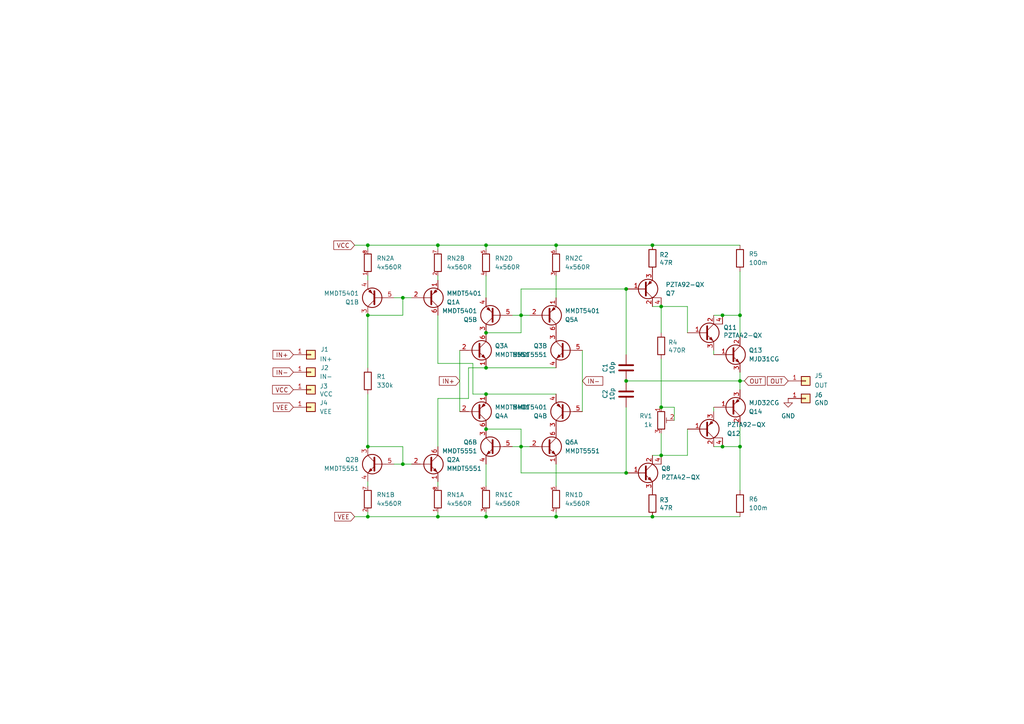
<source format=kicad_sch>
(kicad_sch
	(version 20231120)
	(generator "eeschema")
	(generator_version "8.0")
	(uuid "eb3f4fd3-f4e3-43f8-9c18-f40d8273d787")
	(paper "A4")
	(lib_symbols
		(symbol "Connector_Generic:Conn_01x01"
			(pin_names
				(offset 1.016) hide)
			(exclude_from_sim no)
			(in_bom yes)
			(on_board yes)
			(property "Reference" "J"
				(at 0 2.54 0)
				(effects
					(font
						(size 1.27 1.27)
					)
				)
			)
			(property "Value" "Conn_01x01"
				(at 0 -2.54 0)
				(effects
					(font
						(size 1.27 1.27)
					)
				)
			)
			(property "Footprint" ""
				(at 0 0 0)
				(effects
					(font
						(size 1.27 1.27)
					)
					(hide yes)
				)
			)
			(property "Datasheet" "~"
				(at 0 0 0)
				(effects
					(font
						(size 1.27 1.27)
					)
					(hide yes)
				)
			)
			(property "Description" "Generic connector, single row, 01x01, script generated (kicad-library-utils/schlib/autogen/connector/)"
				(at 0 0 0)
				(effects
					(font
						(size 1.27 1.27)
					)
					(hide yes)
				)
			)
			(property "ki_keywords" "connector"
				(at 0 0 0)
				(effects
					(font
						(size 1.27 1.27)
					)
					(hide yes)
				)
			)
			(property "ki_fp_filters" "Connector*:*_1x??_*"
				(at 0 0 0)
				(effects
					(font
						(size 1.27 1.27)
					)
					(hide yes)
				)
			)
			(symbol "Conn_01x01_1_1"
				(rectangle
					(start -1.27 0.127)
					(end 0 -0.127)
					(stroke
						(width 0.1524)
						(type default)
					)
					(fill
						(type none)
					)
				)
				(rectangle
					(start -1.27 1.27)
					(end 1.27 -1.27)
					(stroke
						(width 0.254)
						(type default)
					)
					(fill
						(type background)
					)
				)
				(pin passive line
					(at -5.08 0 0)
					(length 3.81)
					(name "Pin_1"
						(effects
							(font
								(size 1.27 1.27)
							)
						)
					)
					(number "1"
						(effects
							(font
								(size 1.27 1.27)
							)
						)
					)
				)
			)
		)
		(symbol "Device:C"
			(pin_numbers hide)
			(pin_names
				(offset 0.254)
			)
			(exclude_from_sim no)
			(in_bom yes)
			(on_board yes)
			(property "Reference" "C"
				(at 0.635 2.54 0)
				(effects
					(font
						(size 1.27 1.27)
					)
					(justify left)
				)
			)
			(property "Value" "C"
				(at 0.635 -2.54 0)
				(effects
					(font
						(size 1.27 1.27)
					)
					(justify left)
				)
			)
			(property "Footprint" ""
				(at 0.9652 -3.81 0)
				(effects
					(font
						(size 1.27 1.27)
					)
					(hide yes)
				)
			)
			(property "Datasheet" "~"
				(at 0 0 0)
				(effects
					(font
						(size 1.27 1.27)
					)
					(hide yes)
				)
			)
			(property "Description" "Unpolarized capacitor"
				(at 0 0 0)
				(effects
					(font
						(size 1.27 1.27)
					)
					(hide yes)
				)
			)
			(property "ki_keywords" "cap capacitor"
				(at 0 0 0)
				(effects
					(font
						(size 1.27 1.27)
					)
					(hide yes)
				)
			)
			(property "ki_fp_filters" "C_*"
				(at 0 0 0)
				(effects
					(font
						(size 1.27 1.27)
					)
					(hide yes)
				)
			)
			(symbol "C_0_1"
				(polyline
					(pts
						(xy -2.032 -0.762) (xy 2.032 -0.762)
					)
					(stroke
						(width 0.508)
						(type default)
					)
					(fill
						(type none)
					)
				)
				(polyline
					(pts
						(xy -2.032 0.762) (xy 2.032 0.762)
					)
					(stroke
						(width 0.508)
						(type default)
					)
					(fill
						(type none)
					)
				)
			)
			(symbol "C_1_1"
				(pin passive line
					(at 0 3.81 270)
					(length 2.794)
					(name "~"
						(effects
							(font
								(size 1.27 1.27)
							)
						)
					)
					(number "1"
						(effects
							(font
								(size 1.27 1.27)
							)
						)
					)
				)
				(pin passive line
					(at 0 -3.81 90)
					(length 2.794)
					(name "~"
						(effects
							(font
								(size 1.27 1.27)
							)
						)
					)
					(number "2"
						(effects
							(font
								(size 1.27 1.27)
							)
						)
					)
				)
			)
		)
		(symbol "Device:Q_NPN_BCE"
			(pin_names
				(offset 0) hide)
			(exclude_from_sim no)
			(in_bom yes)
			(on_board yes)
			(property "Reference" "Q"
				(at 5.08 1.27 0)
				(effects
					(font
						(size 1.27 1.27)
					)
					(justify left)
				)
			)
			(property "Value" "Q_NPN_BCE"
				(at 5.08 -1.27 0)
				(effects
					(font
						(size 1.27 1.27)
					)
					(justify left)
				)
			)
			(property "Footprint" ""
				(at 5.08 2.54 0)
				(effects
					(font
						(size 1.27 1.27)
					)
					(hide yes)
				)
			)
			(property "Datasheet" "~"
				(at 0 0 0)
				(effects
					(font
						(size 1.27 1.27)
					)
					(hide yes)
				)
			)
			(property "Description" "NPN transistor, base/collector/emitter"
				(at 0 0 0)
				(effects
					(font
						(size 1.27 1.27)
					)
					(hide yes)
				)
			)
			(property "ki_keywords" "transistor NPN"
				(at 0 0 0)
				(effects
					(font
						(size 1.27 1.27)
					)
					(hide yes)
				)
			)
			(symbol "Q_NPN_BCE_0_1"
				(polyline
					(pts
						(xy 0.635 0.635) (xy 2.54 2.54)
					)
					(stroke
						(width 0)
						(type default)
					)
					(fill
						(type none)
					)
				)
				(polyline
					(pts
						(xy 0.635 -0.635) (xy 2.54 -2.54) (xy 2.54 -2.54)
					)
					(stroke
						(width 0)
						(type default)
					)
					(fill
						(type none)
					)
				)
				(polyline
					(pts
						(xy 0.635 1.905) (xy 0.635 -1.905) (xy 0.635 -1.905)
					)
					(stroke
						(width 0.508)
						(type default)
					)
					(fill
						(type none)
					)
				)
				(polyline
					(pts
						(xy 1.27 -1.778) (xy 1.778 -1.27) (xy 2.286 -2.286) (xy 1.27 -1.778) (xy 1.27 -1.778)
					)
					(stroke
						(width 0)
						(type default)
					)
					(fill
						(type outline)
					)
				)
				(circle
					(center 1.27 0)
					(radius 2.8194)
					(stroke
						(width 0.254)
						(type default)
					)
					(fill
						(type none)
					)
				)
			)
			(symbol "Q_NPN_BCE_1_1"
				(pin input line
					(at -5.08 0 0)
					(length 5.715)
					(name "B"
						(effects
							(font
								(size 1.27 1.27)
							)
						)
					)
					(number "1"
						(effects
							(font
								(size 1.27 1.27)
							)
						)
					)
				)
				(pin passive line
					(at 2.54 5.08 270)
					(length 2.54)
					(name "C"
						(effects
							(font
								(size 1.27 1.27)
							)
						)
					)
					(number "2"
						(effects
							(font
								(size 1.27 1.27)
							)
						)
					)
				)
				(pin passive line
					(at 2.54 -5.08 90)
					(length 2.54)
					(name "E"
						(effects
							(font
								(size 1.27 1.27)
							)
						)
					)
					(number "3"
						(effects
							(font
								(size 1.27 1.27)
							)
						)
					)
				)
			)
		)
		(symbol "Device:Q_NPN_BCEC"
			(pin_names
				(offset 0) hide)
			(exclude_from_sim no)
			(in_bom yes)
			(on_board yes)
			(property "Reference" "Q"
				(at 5.08 1.27 0)
				(effects
					(font
						(size 1.27 1.27)
					)
					(justify left)
				)
			)
			(property "Value" "Q_NPN_BCEC"
				(at 5.08 -1.27 0)
				(effects
					(font
						(size 1.27 1.27)
					)
					(justify left)
				)
			)
			(property "Footprint" ""
				(at 5.08 2.54 0)
				(effects
					(font
						(size 1.27 1.27)
					)
					(hide yes)
				)
			)
			(property "Datasheet" "~"
				(at 0 0 0)
				(effects
					(font
						(size 1.27 1.27)
					)
					(hide yes)
				)
			)
			(property "Description" "NPN transistor, base/collector/emitter, collector connected to mounting plane"
				(at 0 0 0)
				(effects
					(font
						(size 1.27 1.27)
					)
					(hide yes)
				)
			)
			(property "ki_keywords" "transistor NPN"
				(at 0 0 0)
				(effects
					(font
						(size 1.27 1.27)
					)
					(hide yes)
				)
			)
			(symbol "Q_NPN_BCEC_0_1"
				(polyline
					(pts
						(xy 0.635 0.635) (xy 2.54 2.54)
					)
					(stroke
						(width 0)
						(type default)
					)
					(fill
						(type none)
					)
				)
				(polyline
					(pts
						(xy 2.54 2.54) (xy 5.08 2.54)
					)
					(stroke
						(width 0)
						(type default)
					)
					(fill
						(type none)
					)
				)
				(polyline
					(pts
						(xy 0.635 -0.635) (xy 2.54 -2.54) (xy 2.54 -2.54)
					)
					(stroke
						(width 0)
						(type default)
					)
					(fill
						(type none)
					)
				)
				(polyline
					(pts
						(xy 0.635 1.905) (xy 0.635 -1.905) (xy 0.635 -1.905)
					)
					(stroke
						(width 0.508)
						(type default)
					)
					(fill
						(type none)
					)
				)
				(polyline
					(pts
						(xy 1.27 -1.778) (xy 1.778 -1.27) (xy 2.286 -2.286) (xy 1.27 -1.778) (xy 1.27 -1.778)
					)
					(stroke
						(width 0)
						(type default)
					)
					(fill
						(type outline)
					)
				)
				(circle
					(center 1.27 0)
					(radius 2.8194)
					(stroke
						(width 0.254)
						(type default)
					)
					(fill
						(type none)
					)
				)
			)
			(symbol "Q_NPN_BCEC_1_1"
				(pin input line
					(at -5.08 0 0)
					(length 5.715)
					(name "B"
						(effects
							(font
								(size 1.27 1.27)
							)
						)
					)
					(number "1"
						(effects
							(font
								(size 1.27 1.27)
							)
						)
					)
				)
				(pin passive line
					(at 2.54 5.08 270)
					(length 2.54)
					(name "C"
						(effects
							(font
								(size 1.27 1.27)
							)
						)
					)
					(number "2"
						(effects
							(font
								(size 1.27 1.27)
							)
						)
					)
				)
				(pin passive line
					(at 2.54 -5.08 90)
					(length 2.54)
					(name "E"
						(effects
							(font
								(size 1.27 1.27)
							)
						)
					)
					(number "3"
						(effects
							(font
								(size 1.27 1.27)
							)
						)
					)
				)
				(pin passive line
					(at 5.08 5.08 270)
					(length 2.54)
					(name "C"
						(effects
							(font
								(size 1.27 1.27)
							)
						)
					)
					(number "4"
						(effects
							(font
								(size 1.27 1.27)
							)
						)
					)
				)
			)
		)
		(symbol "Device:Q_PNP_BCE"
			(pin_names
				(offset 0) hide)
			(exclude_from_sim no)
			(in_bom yes)
			(on_board yes)
			(property "Reference" "Q"
				(at 5.08 1.27 0)
				(effects
					(font
						(size 1.27 1.27)
					)
					(justify left)
				)
			)
			(property "Value" "Q_PNP_BCE"
				(at 5.08 -1.27 0)
				(effects
					(font
						(size 1.27 1.27)
					)
					(justify left)
				)
			)
			(property "Footprint" ""
				(at 5.08 2.54 0)
				(effects
					(font
						(size 1.27 1.27)
					)
					(hide yes)
				)
			)
			(property "Datasheet" "~"
				(at 0 0 0)
				(effects
					(font
						(size 1.27 1.27)
					)
					(hide yes)
				)
			)
			(property "Description" "PNP transistor, base/collector/emitter"
				(at 0 0 0)
				(effects
					(font
						(size 1.27 1.27)
					)
					(hide yes)
				)
			)
			(property "ki_keywords" "transistor PNP"
				(at 0 0 0)
				(effects
					(font
						(size 1.27 1.27)
					)
					(hide yes)
				)
			)
			(symbol "Q_PNP_BCE_0_1"
				(polyline
					(pts
						(xy 0.635 0.635) (xy 2.54 2.54)
					)
					(stroke
						(width 0)
						(type default)
					)
					(fill
						(type none)
					)
				)
				(polyline
					(pts
						(xy 0.635 -0.635) (xy 2.54 -2.54) (xy 2.54 -2.54)
					)
					(stroke
						(width 0)
						(type default)
					)
					(fill
						(type none)
					)
				)
				(polyline
					(pts
						(xy 0.635 1.905) (xy 0.635 -1.905) (xy 0.635 -1.905)
					)
					(stroke
						(width 0.508)
						(type default)
					)
					(fill
						(type none)
					)
				)
				(polyline
					(pts
						(xy 2.286 -1.778) (xy 1.778 -2.286) (xy 1.27 -1.27) (xy 2.286 -1.778) (xy 2.286 -1.778)
					)
					(stroke
						(width 0)
						(type default)
					)
					(fill
						(type outline)
					)
				)
				(circle
					(center 1.27 0)
					(radius 2.8194)
					(stroke
						(width 0.254)
						(type default)
					)
					(fill
						(type none)
					)
				)
			)
			(symbol "Q_PNP_BCE_1_1"
				(pin input line
					(at -5.08 0 0)
					(length 5.715)
					(name "B"
						(effects
							(font
								(size 1.27 1.27)
							)
						)
					)
					(number "1"
						(effects
							(font
								(size 1.27 1.27)
							)
						)
					)
				)
				(pin passive line
					(at 2.54 5.08 270)
					(length 2.54)
					(name "C"
						(effects
							(font
								(size 1.27 1.27)
							)
						)
					)
					(number "2"
						(effects
							(font
								(size 1.27 1.27)
							)
						)
					)
				)
				(pin passive line
					(at 2.54 -5.08 90)
					(length 2.54)
					(name "E"
						(effects
							(font
								(size 1.27 1.27)
							)
						)
					)
					(number "3"
						(effects
							(font
								(size 1.27 1.27)
							)
						)
					)
				)
			)
		)
		(symbol "Device:Q_PNP_BCEC"
			(pin_names
				(offset 0) hide)
			(exclude_from_sim no)
			(in_bom yes)
			(on_board yes)
			(property "Reference" "Q"
				(at 5.08 1.27 0)
				(effects
					(font
						(size 1.27 1.27)
					)
					(justify left)
				)
			)
			(property "Value" "Q_PNP_BCEC"
				(at 5.08 -1.27 0)
				(effects
					(font
						(size 1.27 1.27)
					)
					(justify left)
				)
			)
			(property "Footprint" ""
				(at 5.08 2.54 0)
				(effects
					(font
						(size 1.27 1.27)
					)
					(hide yes)
				)
			)
			(property "Datasheet" "~"
				(at 0 0 0)
				(effects
					(font
						(size 1.27 1.27)
					)
					(hide yes)
				)
			)
			(property "Description" "PNP transistor, base/collector/emitter, collector connected to mounting plane"
				(at 0 0 0)
				(effects
					(font
						(size 1.27 1.27)
					)
					(hide yes)
				)
			)
			(property "ki_keywords" "transistor PNP"
				(at 0 0 0)
				(effects
					(font
						(size 1.27 1.27)
					)
					(hide yes)
				)
			)
			(symbol "Q_PNP_BCEC_0_1"
				(polyline
					(pts
						(xy 0.635 0.635) (xy 2.54 2.54)
					)
					(stroke
						(width 0)
						(type default)
					)
					(fill
						(type none)
					)
				)
				(polyline
					(pts
						(xy 5.08 2.54) (xy 2.54 2.54)
					)
					(stroke
						(width 0)
						(type default)
					)
					(fill
						(type none)
					)
				)
				(polyline
					(pts
						(xy 0.635 -0.635) (xy 2.54 -2.54) (xy 2.54 -2.54)
					)
					(stroke
						(width 0)
						(type default)
					)
					(fill
						(type none)
					)
				)
				(polyline
					(pts
						(xy 0.635 1.905) (xy 0.635 -1.905) (xy 0.635 -1.905)
					)
					(stroke
						(width 0.508)
						(type default)
					)
					(fill
						(type none)
					)
				)
				(polyline
					(pts
						(xy 2.286 -1.778) (xy 1.778 -2.286) (xy 1.27 -1.27) (xy 2.286 -1.778) (xy 2.286 -1.778)
					)
					(stroke
						(width 0)
						(type default)
					)
					(fill
						(type outline)
					)
				)
				(circle
					(center 1.27 0)
					(radius 2.8194)
					(stroke
						(width 0.254)
						(type default)
					)
					(fill
						(type none)
					)
				)
			)
			(symbol "Q_PNP_BCEC_1_1"
				(pin input line
					(at -5.08 0 0)
					(length 5.715)
					(name "B"
						(effects
							(font
								(size 1.27 1.27)
							)
						)
					)
					(number "1"
						(effects
							(font
								(size 1.27 1.27)
							)
						)
					)
				)
				(pin passive line
					(at 2.54 5.08 270)
					(length 2.54)
					(name "C"
						(effects
							(font
								(size 1.27 1.27)
							)
						)
					)
					(number "2"
						(effects
							(font
								(size 1.27 1.27)
							)
						)
					)
				)
				(pin passive line
					(at 2.54 -5.08 90)
					(length 2.54)
					(name "E"
						(effects
							(font
								(size 1.27 1.27)
							)
						)
					)
					(number "3"
						(effects
							(font
								(size 1.27 1.27)
							)
						)
					)
				)
				(pin passive line
					(at 5.08 5.08 270)
					(length 2.54)
					(name "C"
						(effects
							(font
								(size 1.27 1.27)
							)
						)
					)
					(number "4"
						(effects
							(font
								(size 1.27 1.27)
							)
						)
					)
				)
			)
		)
		(symbol "Device:R"
			(pin_numbers hide)
			(pin_names
				(offset 0)
			)
			(exclude_from_sim no)
			(in_bom yes)
			(on_board yes)
			(property "Reference" "R"
				(at 2.032 0 90)
				(effects
					(font
						(size 1.27 1.27)
					)
				)
			)
			(property "Value" "R"
				(at 0 0 90)
				(effects
					(font
						(size 1.27 1.27)
					)
				)
			)
			(property "Footprint" ""
				(at -1.778 0 90)
				(effects
					(font
						(size 1.27 1.27)
					)
					(hide yes)
				)
			)
			(property "Datasheet" "~"
				(at 0 0 0)
				(effects
					(font
						(size 1.27 1.27)
					)
					(hide yes)
				)
			)
			(property "Description" "Resistor"
				(at 0 0 0)
				(effects
					(font
						(size 1.27 1.27)
					)
					(hide yes)
				)
			)
			(property "ki_keywords" "R res resistor"
				(at 0 0 0)
				(effects
					(font
						(size 1.27 1.27)
					)
					(hide yes)
				)
			)
			(property "ki_fp_filters" "R_*"
				(at 0 0 0)
				(effects
					(font
						(size 1.27 1.27)
					)
					(hide yes)
				)
			)
			(symbol "R_0_1"
				(rectangle
					(start -1.016 -2.54)
					(end 1.016 2.54)
					(stroke
						(width 0.254)
						(type default)
					)
					(fill
						(type none)
					)
				)
			)
			(symbol "R_1_1"
				(pin passive line
					(at 0 3.81 270)
					(length 1.27)
					(name "~"
						(effects
							(font
								(size 1.27 1.27)
							)
						)
					)
					(number "1"
						(effects
							(font
								(size 1.27 1.27)
							)
						)
					)
				)
				(pin passive line
					(at 0 -3.81 90)
					(length 1.27)
					(name "~"
						(effects
							(font
								(size 1.27 1.27)
							)
						)
					)
					(number "2"
						(effects
							(font
								(size 1.27 1.27)
							)
						)
					)
				)
			)
		)
		(symbol "Device:R_Potentiometer_Trim"
			(pin_names
				(offset 1.016) hide)
			(exclude_from_sim no)
			(in_bom yes)
			(on_board yes)
			(property "Reference" "RV"
				(at -4.445 0 90)
				(effects
					(font
						(size 1.27 1.27)
					)
				)
			)
			(property "Value" "R_Potentiometer_Trim"
				(at -2.54 0 90)
				(effects
					(font
						(size 1.27 1.27)
					)
				)
			)
			(property "Footprint" ""
				(at 0 0 0)
				(effects
					(font
						(size 1.27 1.27)
					)
					(hide yes)
				)
			)
			(property "Datasheet" "~"
				(at 0 0 0)
				(effects
					(font
						(size 1.27 1.27)
					)
					(hide yes)
				)
			)
			(property "Description" "Trim-potentiometer"
				(at 0 0 0)
				(effects
					(font
						(size 1.27 1.27)
					)
					(hide yes)
				)
			)
			(property "ki_keywords" "resistor variable trimpot trimmer"
				(at 0 0 0)
				(effects
					(font
						(size 1.27 1.27)
					)
					(hide yes)
				)
			)
			(property "ki_fp_filters" "Potentiometer*"
				(at 0 0 0)
				(effects
					(font
						(size 1.27 1.27)
					)
					(hide yes)
				)
			)
			(symbol "R_Potentiometer_Trim_0_1"
				(polyline
					(pts
						(xy 1.524 0.762) (xy 1.524 -0.762)
					)
					(stroke
						(width 0)
						(type default)
					)
					(fill
						(type none)
					)
				)
				(polyline
					(pts
						(xy 2.54 0) (xy 1.524 0)
					)
					(stroke
						(width 0)
						(type default)
					)
					(fill
						(type none)
					)
				)
				(rectangle
					(start 1.016 2.54)
					(end -1.016 -2.54)
					(stroke
						(width 0.254)
						(type default)
					)
					(fill
						(type none)
					)
				)
			)
			(symbol "R_Potentiometer_Trim_1_1"
				(pin passive line
					(at 0 3.81 270)
					(length 1.27)
					(name "1"
						(effects
							(font
								(size 1.27 1.27)
							)
						)
					)
					(number "1"
						(effects
							(font
								(size 1.27 1.27)
							)
						)
					)
				)
				(pin passive line
					(at 3.81 0 180)
					(length 1.27)
					(name "2"
						(effects
							(font
								(size 1.27 1.27)
							)
						)
					)
					(number "2"
						(effects
							(font
								(size 1.27 1.27)
							)
						)
					)
				)
				(pin passive line
					(at 0 -3.81 90)
					(length 1.27)
					(name "3"
						(effects
							(font
								(size 1.27 1.27)
							)
						)
					)
					(number "3"
						(effects
							(font
								(size 1.27 1.27)
							)
						)
					)
				)
			)
		)
		(symbol "PCM_Resistor_AKL:R_4x1206_Sep_Convex"
			(pin_names
				(offset 0.002) hide)
			(exclude_from_sim no)
			(in_bom yes)
			(on_board yes)
			(property "Reference" "RN"
				(at 2.54 1.27 0)
				(effects
					(font
						(size 1.27 1.27)
					)
					(justify left)
				)
			)
			(property "Value" "R_4x1206_Sep_Convex"
				(at 2.54 -1.27 0)
				(effects
					(font
						(size 1.27 1.27)
					)
					(justify left)
				)
			)
			(property "Footprint" "PCM_Resistor_SMD_AKL:R_Array_Convex_4x1206"
				(at 0 -12.7 0)
				(effects
					(font
						(size 1.27 1.27)
					)
					(hide yes)
				)
			)
			(property "Datasheet" "~"
				(at 0 0 0)
				(effects
					(font
						(size 1.27 1.27)
					)
					(hide yes)
				)
			)
			(property "Description" "4x1206 SMD Resistor Network, Isolated, European Symbol, Alternate KiCad Library"
				(at 0 0 0)
				(effects
					(font
						(size 1.27 1.27)
					)
					(hide yes)
				)
			)
			(property "ki_keywords" "R smd network parallel isolated eu x4 1206"
				(at 0 0 0)
				(effects
					(font
						(size 1.27 1.27)
					)
					(hide yes)
				)
			)
			(property "ki_fp_filters" "DIP* SOIC* R*Array*Concave* R*Array*Convex*"
				(at 0 0 0)
				(effects
					(font
						(size 1.27 1.27)
					)
					(hide yes)
				)
			)
			(symbol "R_4x1206_Sep_Convex_0_1"
				(rectangle
					(start 1.016 2.54)
					(end -1.016 -2.54)
					(stroke
						(width 0.254)
						(type default)
					)
					(fill
						(type none)
					)
				)
			)
			(symbol "R_4x1206_Sep_Convex_0_2"
				(polyline
					(pts
						(xy -2.54 -2.54) (xy -1.524 -1.524)
					)
					(stroke
						(width 0)
						(type default)
					)
					(fill
						(type none)
					)
				)
				(polyline
					(pts
						(xy 1.524 1.524) (xy 2.54 2.54)
					)
					(stroke
						(width 0)
						(type default)
					)
					(fill
						(type none)
					)
				)
				(polyline
					(pts
						(xy 1.524 1.524) (xy 0.889 2.159) (xy -2.159 -0.889) (xy -0.889 -2.159) (xy 2.159 0.889) (xy 1.524 1.524)
					)
					(stroke
						(width 0.254)
						(type default)
					)
					(fill
						(type none)
					)
				)
			)
			(symbol "R_4x1206_Sep_Convex_1_1"
				(pin passive line
					(at 0 -3.81 90)
					(length 1.27)
					(name "R1.1"
						(effects
							(font
								(size 1.27 1.27)
							)
						)
					)
					(number "1"
						(effects
							(font
								(size 1 1)
							)
						)
					)
				)
				(pin passive line
					(at 0 3.81 270)
					(length 1.27)
					(name "R1.2"
						(effects
							(font
								(size 1.27 1.27)
							)
						)
					)
					(number "8"
						(effects
							(font
								(size 1 1)
							)
						)
					)
				)
			)
			(symbol "R_4x1206_Sep_Convex_1_2"
				(pin passive line
					(at -2.54 -2.54 0)
					(length 0)
					(name ""
						(effects
							(font
								(size 1.27 1.27)
							)
						)
					)
					(number "1"
						(effects
							(font
								(size 1.27 1.27)
							)
						)
					)
				)
				(pin passive line
					(at 2.54 2.54 270)
					(length 0)
					(name ""
						(effects
							(font
								(size 1.27 1.27)
							)
						)
					)
					(number "8"
						(effects
							(font
								(size 1.27 1.27)
							)
						)
					)
				)
			)
			(symbol "R_4x1206_Sep_Convex_2_1"
				(pin passive line
					(at 0 -3.81 90)
					(length 1.27)
					(name "R2.1"
						(effects
							(font
								(size 1.27 1.27)
							)
						)
					)
					(number "2"
						(effects
							(font
								(size 1 1)
							)
						)
					)
				)
				(pin passive line
					(at 0 3.81 270)
					(length 1.27)
					(name "R2.2"
						(effects
							(font
								(size 1.27 1.27)
							)
						)
					)
					(number "7"
						(effects
							(font
								(size 1 1)
							)
						)
					)
				)
			)
			(symbol "R_4x1206_Sep_Convex_2_2"
				(pin passive line
					(at -2.54 -2.54 0)
					(length 0)
					(name "R2.1"
						(effects
							(font
								(size 1.27 1.27)
							)
						)
					)
					(number "2"
						(effects
							(font
								(size 1 1)
							)
						)
					)
				)
				(pin passive line
					(at 2.54 2.54 270)
					(length 0)
					(name "R2.2"
						(effects
							(font
								(size 1.27 1.27)
							)
						)
					)
					(number "7"
						(effects
							(font
								(size 1 1)
							)
						)
					)
				)
			)
			(symbol "R_4x1206_Sep_Convex_3_1"
				(pin passive line
					(at 0 -3.81 90)
					(length 1.27)
					(name "R3.1"
						(effects
							(font
								(size 1.27 1.27)
							)
						)
					)
					(number "3"
						(effects
							(font
								(size 1 1)
							)
						)
					)
				)
				(pin passive line
					(at 0 3.81 270)
					(length 1.27)
					(name "R3.2"
						(effects
							(font
								(size 1.27 1.27)
							)
						)
					)
					(number "6"
						(effects
							(font
								(size 1 1)
							)
						)
					)
				)
			)
			(symbol "R_4x1206_Sep_Convex_3_2"
				(pin passive line
					(at -2.54 -2.54 0)
					(length 0)
					(name "R3.1"
						(effects
							(font
								(size 1.27 1.27)
							)
						)
					)
					(number "3"
						(effects
							(font
								(size 1 1)
							)
						)
					)
				)
				(pin passive line
					(at 2.54 2.54 270)
					(length 0)
					(name "R3.2"
						(effects
							(font
								(size 1.27 1.27)
							)
						)
					)
					(number "6"
						(effects
							(font
								(size 1 1)
							)
						)
					)
				)
			)
			(symbol "R_4x1206_Sep_Convex_4_1"
				(pin passive line
					(at 0 -3.81 90)
					(length 1.27)
					(name "R4.1"
						(effects
							(font
								(size 1.27 1.27)
							)
						)
					)
					(number "4"
						(effects
							(font
								(size 1 1)
							)
						)
					)
				)
				(pin passive line
					(at 0 3.81 270)
					(length 1.27)
					(name "R4.2"
						(effects
							(font
								(size 1.27 1.27)
							)
						)
					)
					(number "5"
						(effects
							(font
								(size 1 1)
							)
						)
					)
				)
			)
			(symbol "R_4x1206_Sep_Convex_4_2"
				(pin passive line
					(at -2.54 -2.54 0)
					(length 0)
					(name "R4.1"
						(effects
							(font
								(size 1.27 1.27)
							)
						)
					)
					(number "4"
						(effects
							(font
								(size 1 1)
							)
						)
					)
				)
				(pin passive line
					(at 2.54 2.54 270)
					(length 0)
					(name "R4.2"
						(effects
							(font
								(size 1.27 1.27)
							)
						)
					)
					(number "5"
						(effects
							(font
								(size 1 1)
							)
						)
					)
				)
			)
		)
		(symbol "Transistor_BJT:MMDT5401"
			(pin_names
				(offset 0) hide)
			(exclude_from_sim no)
			(in_bom yes)
			(on_board yes)
			(property "Reference" "Q"
				(at 5.08 1.27 0)
				(effects
					(font
						(size 1.27 1.27)
					)
					(justify left)
				)
			)
			(property "Value" "MMDT5401"
				(at 5.08 -1.27 0)
				(effects
					(font
						(size 1.27 1.27)
					)
					(justify left)
				)
			)
			(property "Footprint" "Package_TO_SOT_SMD:SOT-363_SC-70-6"
				(at 5.08 2.54 0)
				(effects
					(font
						(size 1.27 1.27)
					)
					(hide yes)
				)
			)
			(property "Datasheet" "http://www.diodes.com/_files/datasheets/ds30169.pdf"
				(at 0 0 0)
				(effects
					(font
						(size 1.27 1.27)
					)
					(hide yes)
				)
			)
			(property "Description" "200mA IC, 160V Vce, Dual PNP/PNP Transistors, SOT-363"
				(at 0 0 0)
				(effects
					(font
						(size 1.27 1.27)
					)
					(hide yes)
				)
			)
			(property "ki_locked" ""
				(at 0 0 0)
				(effects
					(font
						(size 1.27 1.27)
					)
				)
			)
			(property "ki_keywords" "PNP/PNP Transistor"
				(at 0 0 0)
				(effects
					(font
						(size 1.27 1.27)
					)
					(hide yes)
				)
			)
			(property "ki_fp_filters" "SOT?363*"
				(at 0 0 0)
				(effects
					(font
						(size 1.27 1.27)
					)
					(hide yes)
				)
			)
			(symbol "MMDT5401_0_1"
				(polyline
					(pts
						(xy 0.635 0) (xy -2.54 0)
					)
					(stroke
						(width 0)
						(type default)
					)
					(fill
						(type none)
					)
				)
				(polyline
					(pts
						(xy 0.635 0.635) (xy 2.54 2.54)
					)
					(stroke
						(width 0)
						(type default)
					)
					(fill
						(type none)
					)
				)
				(polyline
					(pts
						(xy 0.635 -0.635) (xy 2.54 -2.54) (xy 2.54 -2.54)
					)
					(stroke
						(width 0)
						(type default)
					)
					(fill
						(type none)
					)
				)
				(polyline
					(pts
						(xy 0.635 1.905) (xy 0.635 -1.905) (xy 0.635 -1.905)
					)
					(stroke
						(width 0.508)
						(type default)
					)
					(fill
						(type none)
					)
				)
				(polyline
					(pts
						(xy 2.286 -1.778) (xy 1.778 -2.286) (xy 1.27 -1.27) (xy 2.286 -1.778) (xy 2.286 -1.778)
					)
					(stroke
						(width 0)
						(type default)
					)
					(fill
						(type outline)
					)
				)
				(circle
					(center 1.27 0)
					(radius 2.8194)
					(stroke
						(width 0.254)
						(type default)
					)
					(fill
						(type none)
					)
				)
			)
			(symbol "MMDT5401_1_1"
				(pin passive line
					(at 2.54 -5.08 90)
					(length 2.54)
					(name "E1"
						(effects
							(font
								(size 1.27 1.27)
							)
						)
					)
					(number "1"
						(effects
							(font
								(size 1.27 1.27)
							)
						)
					)
				)
				(pin input line
					(at -5.08 0 0)
					(length 2.54)
					(name "B1"
						(effects
							(font
								(size 1.27 1.27)
							)
						)
					)
					(number "2"
						(effects
							(font
								(size 1.27 1.27)
							)
						)
					)
				)
				(pin passive line
					(at 2.54 5.08 270)
					(length 2.54)
					(name "C1"
						(effects
							(font
								(size 1.27 1.27)
							)
						)
					)
					(number "6"
						(effects
							(font
								(size 1.27 1.27)
							)
						)
					)
				)
			)
			(symbol "MMDT5401_2_1"
				(pin passive line
					(at 2.54 5.08 270)
					(length 2.54)
					(name "C2"
						(effects
							(font
								(size 1.27 1.27)
							)
						)
					)
					(number "3"
						(effects
							(font
								(size 1.27 1.27)
							)
						)
					)
				)
				(pin passive line
					(at 2.54 -5.08 90)
					(length 2.54)
					(name "E2"
						(effects
							(font
								(size 1.27 1.27)
							)
						)
					)
					(number "4"
						(effects
							(font
								(size 1.27 1.27)
							)
						)
					)
				)
				(pin input line
					(at -5.08 0 0)
					(length 2.54)
					(name "B2"
						(effects
							(font
								(size 1.27 1.27)
							)
						)
					)
					(number "5"
						(effects
							(font
								(size 1.27 1.27)
							)
						)
					)
				)
			)
		)
		(symbol "Transistor_BJT:MMDT5551"
			(pin_names
				(offset 0) hide)
			(exclude_from_sim no)
			(in_bom yes)
			(on_board yes)
			(property "Reference" "Q"
				(at 5.08 1.27 0)
				(effects
					(font
						(size 1.27 1.27)
					)
					(justify left)
				)
			)
			(property "Value" "MMDT5551"
				(at 5.08 -1.27 0)
				(effects
					(font
						(size 1.27 1.27)
					)
					(justify left)
				)
			)
			(property "Footprint" "Package_TO_SOT_SMD:SOT-363_SC-70-6"
				(at 5.08 2.54 0)
				(effects
					(font
						(size 1.27 1.27)
					)
					(hide yes)
				)
			)
			(property "Datasheet" "http://www.diodes.com/_files/datasheets/ds30172.pdf"
				(at 0 0 0)
				(effects
					(font
						(size 1.27 1.27)
					)
					(hide yes)
				)
			)
			(property "Description" "200mA IC, 160V Vce, Dual NPN/NPN Transistors, SOT-363"
				(at 0 0 0)
				(effects
					(font
						(size 1.27 1.27)
					)
					(hide yes)
				)
			)
			(property "ki_locked" ""
				(at 0 0 0)
				(effects
					(font
						(size 1.27 1.27)
					)
				)
			)
			(property "ki_keywords" "NPN/NPN Transistor"
				(at 0 0 0)
				(effects
					(font
						(size 1.27 1.27)
					)
					(hide yes)
				)
			)
			(property "ki_fp_filters" "SOT?363*"
				(at 0 0 0)
				(effects
					(font
						(size 1.27 1.27)
					)
					(hide yes)
				)
			)
			(symbol "MMDT5551_0_1"
				(polyline
					(pts
						(xy 0.635 0) (xy -2.54 0)
					)
					(stroke
						(width 0)
						(type default)
					)
					(fill
						(type none)
					)
				)
				(polyline
					(pts
						(xy 0.635 0.635) (xy 2.54 2.54)
					)
					(stroke
						(width 0)
						(type default)
					)
					(fill
						(type none)
					)
				)
				(polyline
					(pts
						(xy 0.635 -0.635) (xy 2.54 -2.54) (xy 2.54 -2.54)
					)
					(stroke
						(width 0)
						(type default)
					)
					(fill
						(type none)
					)
				)
				(polyline
					(pts
						(xy 0.635 1.905) (xy 0.635 -1.905) (xy 0.635 -1.905)
					)
					(stroke
						(width 0.508)
						(type default)
					)
					(fill
						(type none)
					)
				)
				(polyline
					(pts
						(xy 1.27 -1.778) (xy 1.778 -1.27) (xy 2.286 -2.286) (xy 1.27 -1.778) (xy 1.27 -1.778)
					)
					(stroke
						(width 0)
						(type default)
					)
					(fill
						(type outline)
					)
				)
				(circle
					(center 1.27 0)
					(radius 2.8194)
					(stroke
						(width 0.254)
						(type default)
					)
					(fill
						(type none)
					)
				)
			)
			(symbol "MMDT5551_1_1"
				(pin passive line
					(at 2.54 -5.08 90)
					(length 2.54)
					(name "E1"
						(effects
							(font
								(size 1.27 1.27)
							)
						)
					)
					(number "1"
						(effects
							(font
								(size 1.27 1.27)
							)
						)
					)
				)
				(pin input line
					(at -5.08 0 0)
					(length 2.54)
					(name "B1"
						(effects
							(font
								(size 1.27 1.27)
							)
						)
					)
					(number "2"
						(effects
							(font
								(size 1.27 1.27)
							)
						)
					)
				)
				(pin passive line
					(at 2.54 5.08 270)
					(length 2.54)
					(name "C1"
						(effects
							(font
								(size 1.27 1.27)
							)
						)
					)
					(number "6"
						(effects
							(font
								(size 1.27 1.27)
							)
						)
					)
				)
			)
			(symbol "MMDT5551_2_1"
				(pin passive line
					(at 2.54 5.08 270)
					(length 2.54)
					(name "C2"
						(effects
							(font
								(size 1.27 1.27)
							)
						)
					)
					(number "3"
						(effects
							(font
								(size 1.27 1.27)
							)
						)
					)
				)
				(pin passive line
					(at 2.54 -5.08 90)
					(length 2.54)
					(name "E2"
						(effects
							(font
								(size 1.27 1.27)
							)
						)
					)
					(number "4"
						(effects
							(font
								(size 1.27 1.27)
							)
						)
					)
				)
				(pin input line
					(at -5.08 0 0)
					(length 2.54)
					(name "B2"
						(effects
							(font
								(size 1.27 1.27)
							)
						)
					)
					(number "5"
						(effects
							(font
								(size 1.27 1.27)
							)
						)
					)
				)
			)
		)
		(symbol "power:GND"
			(power)
			(pin_numbers hide)
			(pin_names
				(offset 0) hide)
			(exclude_from_sim no)
			(in_bom yes)
			(on_board yes)
			(property "Reference" "#PWR"
				(at 0 -6.35 0)
				(effects
					(font
						(size 1.27 1.27)
					)
					(hide yes)
				)
			)
			(property "Value" "GND"
				(at 0 -3.81 0)
				(effects
					(font
						(size 1.27 1.27)
					)
				)
			)
			(property "Footprint" ""
				(at 0 0 0)
				(effects
					(font
						(size 1.27 1.27)
					)
					(hide yes)
				)
			)
			(property "Datasheet" ""
				(at 0 0 0)
				(effects
					(font
						(size 1.27 1.27)
					)
					(hide yes)
				)
			)
			(property "Description" "Power symbol creates a global label with name \"GND\" , ground"
				(at 0 0 0)
				(effects
					(font
						(size 1.27 1.27)
					)
					(hide yes)
				)
			)
			(property "ki_keywords" "global power"
				(at 0 0 0)
				(effects
					(font
						(size 1.27 1.27)
					)
					(hide yes)
				)
			)
			(symbol "GND_0_1"
				(polyline
					(pts
						(xy 0 0) (xy 0 -1.27) (xy 1.27 -1.27) (xy 0 -2.54) (xy -1.27 -1.27) (xy 0 -1.27)
					)
					(stroke
						(width 0)
						(type default)
					)
					(fill
						(type none)
					)
				)
			)
			(symbol "GND_1_1"
				(pin power_in line
					(at 0 0 270)
					(length 0)
					(name "~"
						(effects
							(font
								(size 1.27 1.27)
							)
						)
					)
					(number "1"
						(effects
							(font
								(size 1.27 1.27)
							)
						)
					)
				)
			)
		)
	)
	(junction
		(at 127 149.86)
		(diameter 0)
		(color 0 0 0 0)
		(uuid "0180d50e-6bea-440a-9172-44eec9c036ea")
	)
	(junction
		(at 191.77 88.9)
		(diameter 0)
		(color 0 0 0 0)
		(uuid "058682f4-9de6-4cc0-aae9-de6859273530")
	)
	(junction
		(at 181.61 137.16)
		(diameter 0)
		(color 0 0 0 0)
		(uuid "11fbd0e5-6b12-43d3-9f77-202e3102ae6b")
	)
	(junction
		(at 189.23 149.86)
		(diameter 0)
		(color 0 0 0 0)
		(uuid "13507695-b83a-4221-9ee2-e43ee99f254a")
	)
	(junction
		(at 151.13 129.54)
		(diameter 0)
		(color 0 0 0 0)
		(uuid "1bc50152-666e-4f89-999c-517904da1857")
	)
	(junction
		(at 106.68 91.44)
		(diameter 0)
		(color 0 0 0 0)
		(uuid "211d9d7e-e820-47ea-99d0-5e54cad249d3")
	)
	(junction
		(at 189.23 71.12)
		(diameter 0)
		(color 0 0 0 0)
		(uuid "324191f9-5020-4694-8d17-18df03b375a2")
	)
	(junction
		(at 214.63 91.44)
		(diameter 0)
		(color 0 0 0 0)
		(uuid "39f1c6b4-e270-44ee-9efd-8751683b664d")
	)
	(junction
		(at 214.63 110.49)
		(diameter 0)
		(color 0 0 0 0)
		(uuid "474b0105-ae93-499b-a8e5-6117e046820e")
	)
	(junction
		(at 161.29 71.12)
		(diameter 0)
		(color 0 0 0 0)
		(uuid "54d21855-7292-4e58-ad8b-c92b7e3529c2")
	)
	(junction
		(at 116.84 134.62)
		(diameter 0)
		(color 0 0 0 0)
		(uuid "65bdb813-af2f-4950-986f-92f50a1c84e1")
	)
	(junction
		(at 140.97 124.46)
		(diameter 0)
		(color 0 0 0 0)
		(uuid "6b8acc94-8fd2-43eb-be07-75b9a28d3d69")
	)
	(junction
		(at 140.97 114.3)
		(diameter 0)
		(color 0 0 0 0)
		(uuid "71eeb14f-63f8-4ebb-8da4-8bd365ce60b1")
	)
	(junction
		(at 140.97 149.86)
		(diameter 0)
		(color 0 0 0 0)
		(uuid "79953ae5-68c6-4d1e-a3ab-8d4ea401d43e")
	)
	(junction
		(at 127 71.12)
		(diameter 0)
		(color 0 0 0 0)
		(uuid "7c581d8c-44c0-4e6f-8459-f8bcb52cf9f6")
	)
	(junction
		(at 140.97 71.12)
		(diameter 0)
		(color 0 0 0 0)
		(uuid "7d9e70e3-d356-4140-8db0-dea3b12caa37")
	)
	(junction
		(at 161.29 149.86)
		(diameter 0)
		(color 0 0 0 0)
		(uuid "8d313d96-135e-46a5-adaa-968fd04b6146")
	)
	(junction
		(at 116.84 86.36)
		(diameter 0)
		(color 0 0 0 0)
		(uuid "a1c63031-afc7-4138-90de-db550d656cf6")
	)
	(junction
		(at 191.77 132.08)
		(diameter 0)
		(color 0 0 0 0)
		(uuid "a2e1cb83-5870-4dc5-8f67-134b031d011b")
	)
	(junction
		(at 209.55 91.44)
		(diameter 0)
		(color 0 0 0 0)
		(uuid "a436b650-c79e-41ec-a4dd-c7eaeaa0c6df")
	)
	(junction
		(at 214.63 129.54)
		(diameter 0)
		(color 0 0 0 0)
		(uuid "a8db8702-06ae-4a8a-bf6b-597a2e4014ce")
	)
	(junction
		(at 106.68 129.54)
		(diameter 0)
		(color 0 0 0 0)
		(uuid "b1678589-f2d3-4bb5-b1e2-ba8bf19cee03")
	)
	(junction
		(at 181.61 110.49)
		(diameter 0)
		(color 0 0 0 0)
		(uuid "b1f23994-beec-4751-9db5-c8896fb1eb1b")
	)
	(junction
		(at 140.97 106.68)
		(diameter 0)
		(color 0 0 0 0)
		(uuid "c0b9108a-b1ab-4cb7-a002-629f37ada91a")
	)
	(junction
		(at 181.61 83.82)
		(diameter 0)
		(color 0 0 0 0)
		(uuid "c75b2e5e-2241-41e4-bc82-946477338a2b")
	)
	(junction
		(at 151.13 91.44)
		(diameter 0)
		(color 0 0 0 0)
		(uuid "c8f8b295-c9a7-4545-b6f9-a407f368b86c")
	)
	(junction
		(at 106.68 71.12)
		(diameter 0)
		(color 0 0 0 0)
		(uuid "cfe77d4f-0abd-4243-ac54-1287310b6589")
	)
	(junction
		(at 106.68 149.86)
		(diameter 0)
		(color 0 0 0 0)
		(uuid "d92e098a-4311-4d4b-b3e4-2ac4f842c876")
	)
	(junction
		(at 191.77 118.11)
		(diameter 0)
		(color 0 0 0 0)
		(uuid "ef5be3be-142b-49be-91fe-fa1e876f020d")
	)
	(junction
		(at 140.97 96.52)
		(diameter 0)
		(color 0 0 0 0)
		(uuid "f0a4e85c-aca5-4a2f-8b2e-74f4af48f3dd")
	)
	(junction
		(at 209.55 129.54)
		(diameter 0)
		(color 0 0 0 0)
		(uuid "ffcfc17f-e57a-4549-9228-ab71cf736f2e")
	)
	(wire
		(pts
			(xy 116.84 129.54) (xy 116.84 134.62)
		)
		(stroke
			(width 0)
			(type default)
		)
		(uuid "022dfd13-04a7-46ac-9984-19fd378e9e6c")
	)
	(wire
		(pts
			(xy 199.39 88.9) (xy 191.77 88.9)
		)
		(stroke
			(width 0)
			(type default)
		)
		(uuid "054ff13f-b915-43f3-bba7-ec2ddf07cd47")
	)
	(wire
		(pts
			(xy 102.87 149.86) (xy 106.68 149.86)
		)
		(stroke
			(width 0)
			(type default)
		)
		(uuid "0572388b-ef29-41e3-8de8-fd26506b6724")
	)
	(wire
		(pts
			(xy 168.91 101.6) (xy 168.91 119.38)
		)
		(stroke
			(width 0)
			(type default)
		)
		(uuid "07ed4ebe-3a28-458b-8a00-df502377ca7d")
	)
	(wire
		(pts
			(xy 127 71.12) (xy 140.97 71.12)
		)
		(stroke
			(width 0)
			(type default)
		)
		(uuid "0b1aa095-3ff3-4cd7-8b75-9102676913c0")
	)
	(wire
		(pts
			(xy 207.01 102.87) (xy 207.01 101.6)
		)
		(stroke
			(width 0)
			(type default)
		)
		(uuid "0d4b79d5-59fc-4717-99ed-fe03511e6d1b")
	)
	(wire
		(pts
			(xy 209.55 91.44) (xy 214.63 91.44)
		)
		(stroke
			(width 0)
			(type default)
		)
		(uuid "0de91bc6-f632-4e93-adef-201c941f7417")
	)
	(wire
		(pts
			(xy 127 148.59) (xy 127 149.86)
		)
		(stroke
			(width 0)
			(type default)
		)
		(uuid "104953a8-7e47-4fc7-84f0-496f6c673b51")
	)
	(wire
		(pts
			(xy 189.23 132.08) (xy 191.77 132.08)
		)
		(stroke
			(width 0)
			(type default)
		)
		(uuid "1096d982-bd1e-4922-a962-98aca2566df6")
	)
	(wire
		(pts
			(xy 199.39 96.52) (xy 199.39 88.9)
		)
		(stroke
			(width 0)
			(type default)
		)
		(uuid "10a2a2fd-eae5-4024-947d-75dd20828e24")
	)
	(wire
		(pts
			(xy 214.63 129.54) (xy 214.63 142.24)
		)
		(stroke
			(width 0)
			(type default)
		)
		(uuid "151c3c07-e8a7-4b50-9aac-18a9a8bee1ed")
	)
	(wire
		(pts
			(xy 106.68 91.44) (xy 106.68 106.68)
		)
		(stroke
			(width 0)
			(type default)
		)
		(uuid "1642c332-d611-4517-9144-c48af3b0c22e")
	)
	(wire
		(pts
			(xy 195.58 118.11) (xy 191.77 118.11)
		)
		(stroke
			(width 0)
			(type default)
		)
		(uuid "1b8a8378-f031-4bb8-a95b-9b37dc25b5a9")
	)
	(wire
		(pts
			(xy 151.13 91.44) (xy 151.13 96.52)
		)
		(stroke
			(width 0)
			(type default)
		)
		(uuid "1d275025-c417-4167-8e8c-8f0811b8f371")
	)
	(wire
		(pts
			(xy 181.61 118.11) (xy 181.61 137.16)
		)
		(stroke
			(width 0)
			(type default)
		)
		(uuid "25c30dfd-e86c-4009-9c68-2786914580ac")
	)
	(wire
		(pts
			(xy 116.84 134.62) (xy 119.38 134.62)
		)
		(stroke
			(width 0)
			(type default)
		)
		(uuid "2616c58a-a62f-4e3e-8975-5fd57381272a")
	)
	(wire
		(pts
			(xy 151.13 129.54) (xy 153.67 129.54)
		)
		(stroke
			(width 0)
			(type default)
		)
		(uuid "27265cc9-c667-4447-b7e0-ed818be9be89")
	)
	(wire
		(pts
			(xy 189.23 71.12) (xy 214.63 71.12)
		)
		(stroke
			(width 0)
			(type default)
		)
		(uuid "27ff50bb-709a-4733-b5f1-058f0acb6b9a")
	)
	(wire
		(pts
			(xy 151.13 83.82) (xy 181.61 83.82)
		)
		(stroke
			(width 0)
			(type default)
		)
		(uuid "2810db24-de23-4755-8137-b9e34334c157")
	)
	(wire
		(pts
			(xy 161.29 134.62) (xy 161.29 140.97)
		)
		(stroke
			(width 0)
			(type default)
		)
		(uuid "282b15f8-5dc7-476b-b8ba-a4950cbd5a7f")
	)
	(wire
		(pts
			(xy 135.89 115.57) (xy 135.89 106.68)
		)
		(stroke
			(width 0)
			(type default)
		)
		(uuid "2a49f67d-486d-4b0b-a67c-1893f08b4c54")
	)
	(wire
		(pts
			(xy 127 91.44) (xy 127 105.41)
		)
		(stroke
			(width 0)
			(type default)
		)
		(uuid "2d975b69-07f1-4b18-8339-ce1e0e8be497")
	)
	(wire
		(pts
			(xy 127 149.86) (xy 140.97 149.86)
		)
		(stroke
			(width 0)
			(type default)
		)
		(uuid "2ea4092b-18e3-4972-9ba1-f94f02b7a382")
	)
	(wire
		(pts
			(xy 106.68 80.01) (xy 106.68 81.28)
		)
		(stroke
			(width 0)
			(type default)
		)
		(uuid "2f5dfcae-d912-44c5-8685-ad22020d08e3")
	)
	(wire
		(pts
			(xy 140.97 106.68) (xy 161.29 106.68)
		)
		(stroke
			(width 0)
			(type default)
		)
		(uuid "33992b93-3bcc-48f9-8e02-a60bba2287a2")
	)
	(wire
		(pts
			(xy 135.89 106.68) (xy 140.97 106.68)
		)
		(stroke
			(width 0)
			(type default)
		)
		(uuid "352d042b-fd1c-40cb-9493-87384ab4eaad")
	)
	(wire
		(pts
			(xy 199.39 132.08) (xy 191.77 132.08)
		)
		(stroke
			(width 0)
			(type default)
		)
		(uuid "3a2f9a8c-19b6-429f-8ff1-0c72bebda999")
	)
	(wire
		(pts
			(xy 191.77 88.9) (xy 191.77 96.52)
		)
		(stroke
			(width 0)
			(type default)
		)
		(uuid "3f5a66a7-e292-41ec-8f24-6c019af3a08b")
	)
	(wire
		(pts
			(xy 151.13 91.44) (xy 153.67 91.44)
		)
		(stroke
			(width 0)
			(type default)
		)
		(uuid "46b7062b-45a3-489c-a97c-cf944a558f74")
	)
	(wire
		(pts
			(xy 161.29 148.59) (xy 161.29 149.86)
		)
		(stroke
			(width 0)
			(type default)
		)
		(uuid "4a86e512-04b7-4040-87e2-ff62e84275e7")
	)
	(wire
		(pts
			(xy 106.68 71.12) (xy 127 71.12)
		)
		(stroke
			(width 0)
			(type default)
		)
		(uuid "4c88eb29-0c89-475f-ade2-9a56ba5efa4f")
	)
	(wire
		(pts
			(xy 133.35 101.6) (xy 133.35 119.38)
		)
		(stroke
			(width 0)
			(type default)
		)
		(uuid "57d5152d-712d-4dc3-a871-d1a6ac5dd022")
	)
	(wire
		(pts
			(xy 209.55 129.54) (xy 214.63 129.54)
		)
		(stroke
			(width 0)
			(type default)
		)
		(uuid "5a5e3252-9576-4633-90c0-1d1576c355b1")
	)
	(wire
		(pts
			(xy 199.39 124.46) (xy 199.39 132.08)
		)
		(stroke
			(width 0)
			(type default)
		)
		(uuid "5c74f345-5fc7-42a5-9f3b-8a33a45033bb")
	)
	(wire
		(pts
			(xy 127 71.12) (xy 127 72.39)
		)
		(stroke
			(width 0)
			(type default)
		)
		(uuid "5d8d1466-299c-49d0-9102-3fdd8282d46a")
	)
	(wire
		(pts
			(xy 161.29 80.01) (xy 161.29 86.36)
		)
		(stroke
			(width 0)
			(type default)
		)
		(uuid "5dfe6579-b0a7-4dce-8e6d-4bc6eef8f205")
	)
	(wire
		(pts
			(xy 127 129.54) (xy 127 115.57)
		)
		(stroke
			(width 0)
			(type default)
		)
		(uuid "64376fb7-228f-486f-b31f-178b731ebe89")
	)
	(wire
		(pts
			(xy 161.29 71.12) (xy 161.29 72.39)
		)
		(stroke
			(width 0)
			(type default)
		)
		(uuid "65882dcf-725a-4758-996b-012f6269018c")
	)
	(wire
		(pts
			(xy 140.97 80.01) (xy 140.97 86.36)
		)
		(stroke
			(width 0)
			(type default)
		)
		(uuid "65db695a-7c79-431d-9843-78e0526d3410")
	)
	(wire
		(pts
			(xy 181.61 137.16) (xy 151.13 137.16)
		)
		(stroke
			(width 0)
			(type default)
		)
		(uuid "6ab6baf7-e4ce-4fc8-8496-4d500358bfa4")
	)
	(wire
		(pts
			(xy 137.16 114.3) (xy 140.97 114.3)
		)
		(stroke
			(width 0)
			(type default)
		)
		(uuid "6b1c3b95-03ed-472b-8931-a590cf20f2fc")
	)
	(wire
		(pts
			(xy 191.77 125.73) (xy 191.77 132.08)
		)
		(stroke
			(width 0)
			(type default)
		)
		(uuid "6d949e6c-5081-4ab5-b8c7-a24a2b053122")
	)
	(wire
		(pts
			(xy 215.9 110.49) (xy 214.63 110.49)
		)
		(stroke
			(width 0)
			(type default)
		)
		(uuid "70cda456-f740-42c7-b998-aaad248e4a2b")
	)
	(wire
		(pts
			(xy 106.68 114.3) (xy 106.68 129.54)
		)
		(stroke
			(width 0)
			(type default)
		)
		(uuid "710cbe38-26c8-4809-bfe2-bf343efa3810")
	)
	(wire
		(pts
			(xy 106.68 129.54) (xy 116.84 129.54)
		)
		(stroke
			(width 0)
			(type default)
		)
		(uuid "721b35d6-e565-487e-98d5-4f744d44ecab")
	)
	(wire
		(pts
			(xy 106.68 148.59) (xy 106.68 149.86)
		)
		(stroke
			(width 0)
			(type default)
		)
		(uuid "751d6b50-3ec6-4331-99ff-58b41174dbfc")
	)
	(wire
		(pts
			(xy 106.68 71.12) (xy 106.68 72.39)
		)
		(stroke
			(width 0)
			(type default)
		)
		(uuid "76dc71e6-e0fb-4552-898c-39502c0d7e1d")
	)
	(wire
		(pts
			(xy 127 105.41) (xy 137.16 105.41)
		)
		(stroke
			(width 0)
			(type default)
		)
		(uuid "79bcff41-e6e8-4c43-8089-d0c7de896726")
	)
	(wire
		(pts
			(xy 189.23 88.9) (xy 191.77 88.9)
		)
		(stroke
			(width 0)
			(type default)
		)
		(uuid "7ecb5416-20ce-4bc1-a0d3-63c35d6a495e")
	)
	(wire
		(pts
			(xy 140.97 124.46) (xy 151.13 124.46)
		)
		(stroke
			(width 0)
			(type default)
		)
		(uuid "80226b53-9a5e-492e-9968-bef3b6becf4d")
	)
	(wire
		(pts
			(xy 127 139.7) (xy 127 140.97)
		)
		(stroke
			(width 0)
			(type default)
		)
		(uuid "8c414180-4f7a-4107-96a9-3debf1648e58")
	)
	(wire
		(pts
			(xy 148.59 129.54) (xy 151.13 129.54)
		)
		(stroke
			(width 0)
			(type default)
		)
		(uuid "8d3c706c-356a-4dd3-b3ef-dd1b15a4e60b")
	)
	(wire
		(pts
			(xy 127 115.57) (xy 135.89 115.57)
		)
		(stroke
			(width 0)
			(type default)
		)
		(uuid "8e223ba8-2875-4c5a-b5cb-e1a2bcc959ff")
	)
	(wire
		(pts
			(xy 151.13 124.46) (xy 151.13 129.54)
		)
		(stroke
			(width 0)
			(type default)
		)
		(uuid "8edf2c87-fbf2-4a53-aecf-5f0c563edd14")
	)
	(wire
		(pts
			(xy 116.84 86.36) (xy 116.84 91.44)
		)
		(stroke
			(width 0)
			(type default)
		)
		(uuid "95ad3182-3c81-4c4a-97c1-0a50752de694")
	)
	(wire
		(pts
			(xy 214.63 123.19) (xy 214.63 129.54)
		)
		(stroke
			(width 0)
			(type default)
		)
		(uuid "980b895c-7bff-428f-8558-ed39d4790dfe")
	)
	(wire
		(pts
			(xy 140.97 114.3) (xy 161.29 114.3)
		)
		(stroke
			(width 0)
			(type default)
		)
		(uuid "9979e704-22c0-4774-b498-a2bd7d28f083")
	)
	(wire
		(pts
			(xy 214.63 107.95) (xy 214.63 110.49)
		)
		(stroke
			(width 0)
			(type default)
		)
		(uuid "9b00d94c-97d5-4f6e-98ce-e2448c4bdcdf")
	)
	(wire
		(pts
			(xy 195.58 121.92) (xy 195.58 118.11)
		)
		(stroke
			(width 0)
			(type default)
		)
		(uuid "9cee07ef-0186-4751-b66b-eab03e23c7b1")
	)
	(wire
		(pts
			(xy 189.23 149.86) (xy 214.63 149.86)
		)
		(stroke
			(width 0)
			(type default)
		)
		(uuid "9f917fdd-b867-41ed-8426-ad6d80a32bfd")
	)
	(wire
		(pts
			(xy 214.63 91.44) (xy 214.63 97.79)
		)
		(stroke
			(width 0)
			(type default)
		)
		(uuid "9fd989fa-4dda-473e-bcc9-48bb3801a519")
	)
	(wire
		(pts
			(xy 207.01 118.11) (xy 207.01 119.38)
		)
		(stroke
			(width 0)
			(type default)
		)
		(uuid "a2367f8b-2d71-420c-a81b-c9adf3c0c8e6")
	)
	(wire
		(pts
			(xy 140.97 96.52) (xy 151.13 96.52)
		)
		(stroke
			(width 0)
			(type default)
		)
		(uuid "a64c8d96-d8cc-48fa-8dd8-af03a37bc576")
	)
	(wire
		(pts
			(xy 151.13 91.44) (xy 148.59 91.44)
		)
		(stroke
			(width 0)
			(type default)
		)
		(uuid "ad92cb1d-da51-4577-ac83-8934b799ef0f")
	)
	(wire
		(pts
			(xy 161.29 149.86) (xy 189.23 149.86)
		)
		(stroke
			(width 0)
			(type default)
		)
		(uuid "b6f5a607-9ae3-4f24-8e08-01cb4fc0b5cd")
	)
	(wire
		(pts
			(xy 181.61 83.82) (xy 181.61 102.87)
		)
		(stroke
			(width 0)
			(type default)
		)
		(uuid "b73413dd-eac3-4b19-b30c-691d2bc7bc5c")
	)
	(wire
		(pts
			(xy 207.01 91.44) (xy 209.55 91.44)
		)
		(stroke
			(width 0)
			(type default)
		)
		(uuid "bb4b6c8f-972b-4ede-bd83-339bb3fdc241")
	)
	(wire
		(pts
			(xy 116.84 86.36) (xy 119.38 86.36)
		)
		(stroke
			(width 0)
			(type default)
		)
		(uuid "bdee970f-9c3b-4e01-973c-4bde39101298")
	)
	(wire
		(pts
			(xy 102.87 71.12) (xy 106.68 71.12)
		)
		(stroke
			(width 0)
			(type default)
		)
		(uuid "c1bda821-9fe0-4d7c-96aa-01277ef5d7ed")
	)
	(wire
		(pts
			(xy 116.84 86.36) (xy 114.3 86.36)
		)
		(stroke
			(width 0)
			(type default)
		)
		(uuid "c9235b1d-a83b-49f4-97f1-0b60def3a166")
	)
	(wire
		(pts
			(xy 140.97 134.62) (xy 140.97 140.97)
		)
		(stroke
			(width 0)
			(type default)
		)
		(uuid "c9dd444c-ac08-40d7-9605-7ef6afeebd0d")
	)
	(wire
		(pts
			(xy 106.68 91.44) (xy 116.84 91.44)
		)
		(stroke
			(width 0)
			(type default)
		)
		(uuid "cbb01e6b-53fb-4db8-a16c-50241401ee30")
	)
	(wire
		(pts
			(xy 181.61 110.49) (xy 214.63 110.49)
		)
		(stroke
			(width 0)
			(type default)
		)
		(uuid "cda0c03a-01db-4b5d-b97c-1c5b7b59b610")
	)
	(wire
		(pts
			(xy 127 80.01) (xy 127 81.28)
		)
		(stroke
			(width 0)
			(type default)
		)
		(uuid "ce9138b6-6fed-4ced-9a15-5296b8afbbe6")
	)
	(wire
		(pts
			(xy 214.63 78.74) (xy 214.63 91.44)
		)
		(stroke
			(width 0)
			(type default)
		)
		(uuid "d1c2dd8c-72c4-4e66-aa7d-60d348d7b77c")
	)
	(wire
		(pts
			(xy 140.97 71.12) (xy 140.97 72.39)
		)
		(stroke
			(width 0)
			(type default)
		)
		(uuid "d453f9ed-a17e-4dff-b290-90cab69a0d8d")
	)
	(wire
		(pts
			(xy 214.63 110.49) (xy 214.63 113.03)
		)
		(stroke
			(width 0)
			(type default)
		)
		(uuid "d7117f72-52ad-407d-81ac-fd039398cac6")
	)
	(wire
		(pts
			(xy 114.3 134.62) (xy 116.84 134.62)
		)
		(stroke
			(width 0)
			(type default)
		)
		(uuid "de596c75-33af-4a38-8b89-6b88dc324a3f")
	)
	(wire
		(pts
			(xy 151.13 137.16) (xy 151.13 129.54)
		)
		(stroke
			(width 0)
			(type default)
		)
		(uuid "def07486-be44-4b84-8181-e270c51ea739")
	)
	(wire
		(pts
			(xy 140.97 71.12) (xy 161.29 71.12)
		)
		(stroke
			(width 0)
			(type default)
		)
		(uuid "e40aaf00-a5ce-47a4-8430-5a11042fc551")
	)
	(wire
		(pts
			(xy 151.13 83.82) (xy 151.13 91.44)
		)
		(stroke
			(width 0)
			(type default)
		)
		(uuid "e5447615-6cea-4b01-8c14-d3f292a642b1")
	)
	(wire
		(pts
			(xy 106.68 149.86) (xy 127 149.86)
		)
		(stroke
			(width 0)
			(type default)
		)
		(uuid "e5af1c88-6ef3-4154-8883-93b9548ecb00")
	)
	(wire
		(pts
			(xy 207.01 129.54) (xy 209.55 129.54)
		)
		(stroke
			(width 0)
			(type default)
		)
		(uuid "ec2614b2-4e63-423b-bb7e-fb5484b63dd4")
	)
	(wire
		(pts
			(xy 161.29 71.12) (xy 189.23 71.12)
		)
		(stroke
			(width 0)
			(type default)
		)
		(uuid "ef12289a-cb94-49c0-9cc1-6abdc551d065")
	)
	(wire
		(pts
			(xy 191.77 104.14) (xy 191.77 118.11)
		)
		(stroke
			(width 0)
			(type default)
		)
		(uuid "f2e2bbd7-e394-4683-b340-234ceda175df")
	)
	(wire
		(pts
			(xy 140.97 149.86) (xy 161.29 149.86)
		)
		(stroke
			(width 0)
			(type default)
		)
		(uuid "f3afdd46-56db-4350-a109-dd711ba28c6f")
	)
	(wire
		(pts
			(xy 137.16 105.41) (xy 137.16 114.3)
		)
		(stroke
			(width 0)
			(type default)
		)
		(uuid "f93dc077-71b5-4ee8-9f2e-91aac207539c")
	)
	(wire
		(pts
			(xy 106.68 139.7) (xy 106.68 140.97)
		)
		(stroke
			(width 0)
			(type default)
		)
		(uuid "fadcdb6d-0ca2-4d82-90db-ff95083c520a")
	)
	(wire
		(pts
			(xy 140.97 148.59) (xy 140.97 149.86)
		)
		(stroke
			(width 0)
			(type default)
		)
		(uuid "fdce603e-836a-49ac-8ee9-28cd7fe36aa0")
	)
	(global_label "VCC"
		(shape input)
		(at 85.09 113.03 180)
		(fields_autoplaced yes)
		(effects
			(font
				(size 1.27 1.27)
			)
			(justify right)
		)
		(uuid "05945b16-c348-462d-a411-029334d9882b")
		(property "Intersheetrefs" "${INTERSHEET_REFS}"
			(at 78.4762 113.03 0)
			(effects
				(font
					(size 1.27 1.27)
				)
				(justify right)
				(hide yes)
			)
		)
	)
	(global_label "VEE"
		(shape input)
		(at 85.09 118.11 180)
		(fields_autoplaced yes)
		(effects
			(font
				(size 1.27 1.27)
			)
			(justify right)
		)
		(uuid "23c5b992-5d98-4544-a162-31c106d905ee")
		(property "Intersheetrefs" "${INTERSHEET_REFS}"
			(at 78.7182 118.11 0)
			(effects
				(font
					(size 1.27 1.27)
				)
				(justify right)
				(hide yes)
			)
		)
	)
	(global_label "IN-"
		(shape input)
		(at 168.91 110.49 0)
		(fields_autoplaced yes)
		(effects
			(font
				(size 1.27 1.27)
			)
			(justify left)
		)
		(uuid "5d4fb00d-b4fe-4f90-8487-c18759e5fc02")
		(property "Intersheetrefs" "${INTERSHEET_REFS}"
			(at 175.4029 110.49 0)
			(effects
				(font
					(size 1.27 1.27)
				)
				(justify left)
				(hide yes)
			)
		)
	)
	(global_label "VCC"
		(shape input)
		(at 102.87 71.12 180)
		(fields_autoplaced yes)
		(effects
			(font
				(size 1.27 1.27)
			)
			(justify right)
		)
		(uuid "9226f20f-58d5-4c77-a291-88e5786e265e")
		(property "Intersheetrefs" "${INTERSHEET_REFS}"
			(at 96.2562 71.12 0)
			(effects
				(font
					(size 1.27 1.27)
				)
				(justify right)
				(hide yes)
			)
		)
	)
	(global_label "IN-"
		(shape input)
		(at 85.09 107.95 180)
		(fields_autoplaced yes)
		(effects
			(font
				(size 1.27 1.27)
			)
			(justify right)
		)
		(uuid "99752aa6-eda4-4397-96bb-1beed7da27a3")
		(property "Intersheetrefs" "${INTERSHEET_REFS}"
			(at 78.5971 107.95 0)
			(effects
				(font
					(size 1.27 1.27)
				)
				(justify right)
				(hide yes)
			)
		)
	)
	(global_label "IN+"
		(shape input)
		(at 85.09 102.87 180)
		(fields_autoplaced yes)
		(effects
			(font
				(size 1.27 1.27)
			)
			(justify right)
		)
		(uuid "9ce2b946-cd84-4c69-8097-15b6e5c01b20")
		(property "Intersheetrefs" "${INTERSHEET_REFS}"
			(at 78.5971 102.87 0)
			(effects
				(font
					(size 1.27 1.27)
				)
				(justify right)
				(hide yes)
			)
		)
	)
	(global_label "OUT"
		(shape input)
		(at 228.6 110.49 180)
		(fields_autoplaced yes)
		(effects
			(font
				(size 1.27 1.27)
			)
			(justify right)
		)
		(uuid "a64e1d4d-1547-4955-ad7d-e7ed88cf230b")
		(property "Intersheetrefs" "${INTERSHEET_REFS}"
			(at 221.9862 110.49 0)
			(effects
				(font
					(size 1.27 1.27)
				)
				(justify right)
				(hide yes)
			)
		)
	)
	(global_label "OUT"
		(shape input)
		(at 215.9 110.49 0)
		(fields_autoplaced yes)
		(effects
			(font
				(size 1.27 1.27)
			)
			(justify left)
		)
		(uuid "ca0e0b57-7602-4264-a39b-0b08efa307c2")
		(property "Intersheetrefs" "${INTERSHEET_REFS}"
			(at 222.5138 110.49 0)
			(effects
				(font
					(size 1.27 1.27)
				)
				(justify left)
				(hide yes)
			)
		)
	)
	(global_label "IN+"
		(shape input)
		(at 133.35 110.49 180)
		(fields_autoplaced yes)
		(effects
			(font
				(size 1.27 1.27)
			)
			(justify right)
		)
		(uuid "d3cf8f46-302c-4be0-93ae-ace3bddb29c9")
		(property "Intersheetrefs" "${INTERSHEET_REFS}"
			(at 126.8571 110.49 0)
			(effects
				(font
					(size 1.27 1.27)
				)
				(justify right)
				(hide yes)
			)
		)
	)
	(global_label "VEE"
		(shape input)
		(at 102.87 149.86 180)
		(fields_autoplaced yes)
		(effects
			(font
				(size 1.27 1.27)
			)
			(justify right)
		)
		(uuid "ecc2efc5-3daa-4662-8997-99b51123524d")
		(property "Intersheetrefs" "${INTERSHEET_REFS}"
			(at 96.4982 149.86 0)
			(effects
				(font
					(size 1.27 1.27)
				)
				(justify right)
				(hide yes)
			)
		)
	)
	(symbol
		(lib_id "Device:Q_NPN_BCE")
		(at 212.09 102.87 0)
		(unit 1)
		(exclude_from_sim no)
		(in_bom yes)
		(on_board yes)
		(dnp no)
		(fields_autoplaced yes)
		(uuid "160a3a41-1ebd-4fde-9f46-135a94731e6e")
		(property "Reference" "Q13"
			(at 217.17 101.5999 0)
			(effects
				(font
					(size 1.27 1.27)
				)
				(justify left)
			)
		)
		(property "Value" "MJD31CG"
			(at 217.17 104.1399 0)
			(effects
				(font
					(size 1.27 1.27)
				)
				(justify left)
			)
		)
		(property "Footprint" "PCM_Package_TO_SOT_SMD_AKL:TO-252-2"
			(at 217.17 100.33 0)
			(effects
				(font
					(size 1.27 1.27)
				)
				(hide yes)
			)
		)
		(property "Datasheet" "~"
			(at 212.09 102.87 0)
			(effects
				(font
					(size 1.27 1.27)
				)
				(hide yes)
			)
		)
		(property "Description" "NPN transistor, base/collector/emitter"
			(at 212.09 102.87 0)
			(effects
				(font
					(size 1.27 1.27)
				)
				(hide yes)
			)
		)
		(pin "3"
			(uuid "03085864-66ae-4e1b-b55e-c4b3b42b61fb")
		)
		(pin "2"
			(uuid "6b5a19af-efda-49b7-b9f4-a8e7d59002bd")
		)
		(pin "1"
			(uuid "54f07728-b6dd-46ce-8658-d637f2e983df")
		)
		(instances
			(project "bipolar_input_opamp_style_power_amp"
				(path "/eb3f4fd3-f4e3-43f8-9c18-f40d8273d787"
					(reference "Q13")
					(unit 1)
				)
			)
		)
	)
	(symbol
		(lib_id "Transistor_BJT:MMDT5551")
		(at 163.83 101.6 0)
		(mirror y)
		(unit 2)
		(exclude_from_sim no)
		(in_bom yes)
		(on_board yes)
		(dnp no)
		(uuid "18c123ac-15ad-4ec8-84eb-43c43434f100")
		(property "Reference" "Q3"
			(at 158.75 100.3299 0)
			(effects
				(font
					(size 1.27 1.27)
				)
				(justify left)
			)
		)
		(property "Value" "MMDT5551"
			(at 158.75 102.8699 0)
			(effects
				(font
					(size 1.27 1.27)
				)
				(justify left)
			)
		)
		(property "Footprint" "Package_TO_SOT_SMD:SOT-363_SC-70-6"
			(at 158.75 99.06 0)
			(effects
				(font
					(size 1.27 1.27)
				)
				(hide yes)
			)
		)
		(property "Datasheet" "http://www.diodes.com/_files/datasheets/ds30172.pdf"
			(at 163.83 101.6 0)
			(effects
				(font
					(size 1.27 1.27)
				)
				(hide yes)
			)
		)
		(property "Description" "200mA IC, 160V Vce, Dual NPN/NPN Transistors, SOT-363"
			(at 163.83 101.6 0)
			(effects
				(font
					(size 1.27 1.27)
				)
				(hide yes)
			)
		)
		(pin "2"
			(uuid "475b5275-2449-4d9c-8060-4928ff63e759")
		)
		(pin "3"
			(uuid "28c3540d-fe0f-4661-8c00-050c63ba3f68")
		)
		(pin "4"
			(uuid "c319d2d4-cd6d-4365-9d4b-260790ba7531")
		)
		(pin "1"
			(uuid "ca128b0c-7401-4a3c-9eef-229dacadc464")
		)
		(pin "5"
			(uuid "25a578e8-cb36-4229-9d8f-b5e734875ed8")
		)
		(pin "6"
			(uuid "7a82f360-d54b-46ca-92a1-e9b25d2cf568")
		)
		(instances
			(project "bipolar_input_opamp_style_power_amp"
				(path "/eb3f4fd3-f4e3-43f8-9c18-f40d8273d787"
					(reference "Q3")
					(unit 2)
				)
			)
		)
	)
	(symbol
		(lib_id "Device:R")
		(at 189.23 146.05 180)
		(unit 1)
		(exclude_from_sim no)
		(in_bom yes)
		(on_board yes)
		(dnp no)
		(uuid "212a21a4-cb1b-456a-9c7f-48637a4d576d")
		(property "Reference" "R3"
			(at 191.262 145.034 0)
			(effects
				(font
					(size 1.27 1.27)
				)
				(justify right)
			)
		)
		(property "Value" "47R"
			(at 191.262 147.32 0)
			(effects
				(font
					(size 1.27 1.27)
				)
				(justify right)
			)
		)
		(property "Footprint" "Resistor_SMD:R_0805_2012Metric_Pad1.20x1.40mm_HandSolder"
			(at 191.008 146.05 90)
			(effects
				(font
					(size 1.27 1.27)
				)
				(hide yes)
			)
		)
		(property "Datasheet" "~"
			(at 189.23 146.05 0)
			(effects
				(font
					(size 1.27 1.27)
				)
				(hide yes)
			)
		)
		(property "Description" "Resistor"
			(at 189.23 146.05 0)
			(effects
				(font
					(size 1.27 1.27)
				)
				(hide yes)
			)
		)
		(pin "1"
			(uuid "681838c4-e143-4889-b6ac-acc31d9557e5")
		)
		(pin "2"
			(uuid "ec3f9cbc-ed9c-4861-a5ee-0b03416a8e73")
		)
		(instances
			(project "bipolar_input_opamp_style_power_amp"
				(path "/eb3f4fd3-f4e3-43f8-9c18-f40d8273d787"
					(reference "R3")
					(unit 1)
				)
			)
		)
	)
	(symbol
		(lib_id "Transistor_BJT:MMDT5401")
		(at 163.83 119.38 180)
		(unit 2)
		(exclude_from_sim no)
		(in_bom yes)
		(on_board yes)
		(dnp no)
		(uuid "22d8528b-d316-4323-9898-406fc302474d")
		(property "Reference" "Q4"
			(at 158.75 120.6501 0)
			(effects
				(font
					(size 1.27 1.27)
				)
				(justify left)
			)
		)
		(property "Value" "MMDT5401"
			(at 158.75 118.1101 0)
			(effects
				(font
					(size 1.27 1.27)
				)
				(justify left)
			)
		)
		(property "Footprint" "Package_TO_SOT_SMD:SOT-363_SC-70-6"
			(at 158.75 121.92 0)
			(effects
				(font
					(size 1.27 1.27)
				)
				(hide yes)
			)
		)
		(property "Datasheet" "http://www.diodes.com/_files/datasheets/ds30169.pdf"
			(at 163.83 119.38 0)
			(effects
				(font
					(size 1.27 1.27)
				)
				(hide yes)
			)
		)
		(property "Description" "200mA IC, 160V Vce, Dual PNP/PNP Transistors, SOT-363"
			(at 163.83 119.38 0)
			(effects
				(font
					(size 1.27 1.27)
				)
				(hide yes)
			)
		)
		(pin "2"
			(uuid "72399042-e356-43d4-bee0-2a3d68040eb0")
		)
		(pin "1"
			(uuid "2ad3d454-b545-481f-8917-ba16a14b7957")
		)
		(pin "4"
			(uuid "bac9964c-341f-4c5c-a7a6-da679b4a9a31")
		)
		(pin "3"
			(uuid "2494277e-ca5d-4d7e-a813-02f3cf5c49c8")
		)
		(pin "5"
			(uuid "d82bc9a3-237c-4895-8301-0c8adb4b99ae")
		)
		(pin "6"
			(uuid "ca360188-1872-4b44-9877-15219482ed7b")
		)
		(instances
			(project "bipolar_input_opamp_style_power_amp"
				(path "/eb3f4fd3-f4e3-43f8-9c18-f40d8273d787"
					(reference "Q4")
					(unit 2)
				)
			)
		)
	)
	(symbol
		(lib_id "Transistor_BJT:MMDT5551")
		(at 109.22 134.62 0)
		(mirror y)
		(unit 2)
		(exclude_from_sim no)
		(in_bom yes)
		(on_board yes)
		(dnp no)
		(uuid "25526132-661e-4870-be3f-25325b42b65d")
		(property "Reference" "Q2"
			(at 104.14 133.3499 0)
			(effects
				(font
					(size 1.27 1.27)
				)
				(justify left)
			)
		)
		(property "Value" "MMDT5551"
			(at 104.14 135.8899 0)
			(effects
				(font
					(size 1.27 1.27)
				)
				(justify left)
			)
		)
		(property "Footprint" "Package_TO_SOT_SMD:SOT-363_SC-70-6"
			(at 104.14 132.08 0)
			(effects
				(font
					(size 1.27 1.27)
				)
				(hide yes)
			)
		)
		(property "Datasheet" "http://www.diodes.com/_files/datasheets/ds30172.pdf"
			(at 109.22 134.62 0)
			(effects
				(font
					(size 1.27 1.27)
				)
				(hide yes)
			)
		)
		(property "Description" "200mA IC, 160V Vce, Dual NPN/NPN Transistors, SOT-363"
			(at 109.22 134.62 0)
			(effects
				(font
					(size 1.27 1.27)
				)
				(hide yes)
			)
		)
		(pin "1"
			(uuid "6615b1ab-1d2a-43e1-9cbd-441bb1fe4d1c")
		)
		(pin "6"
			(uuid "17c05e0f-167a-4d4b-9033-3b4baa3a0635")
		)
		(pin "3"
			(uuid "ca79c403-e88c-4086-9677-2cfcd175f4bb")
		)
		(pin "4"
			(uuid "39f0cce0-0945-4f18-87bb-b87c24945163")
		)
		(pin "2"
			(uuid "0ddbebd0-8b0a-4b11-98ed-9fc349c5f725")
		)
		(pin "5"
			(uuid "c814ac37-c8ed-4ab7-9e9b-83af2f4cce06")
		)
		(instances
			(project "bipolar_input_opamp_style_power_amp"
				(path "/eb3f4fd3-f4e3-43f8-9c18-f40d8273d787"
					(reference "Q2")
					(unit 2)
				)
			)
		)
	)
	(symbol
		(lib_id "Device:Q_NPN_BCEC")
		(at 186.69 137.16 0)
		(unit 1)
		(exclude_from_sim no)
		(in_bom yes)
		(on_board yes)
		(dnp no)
		(uuid "28b58811-7192-454f-bea8-4af6db29c4ef")
		(property "Reference" "Q8"
			(at 191.77 135.89 0)
			(effects
				(font
					(size 1.27 1.27)
				)
				(justify left)
			)
		)
		(property "Value" "PZTA42-QX"
			(at 191.77 138.43 0)
			(effects
				(font
					(size 1.27 1.27)
				)
				(justify left)
			)
		)
		(property "Footprint" "Package_TO_SOT_SMD:SOT-223"
			(at 191.77 134.62 0)
			(effects
				(font
					(size 1.27 1.27)
				)
				(hide yes)
			)
		)
		(property "Datasheet" "~"
			(at 186.69 137.16 0)
			(effects
				(font
					(size 1.27 1.27)
				)
				(hide yes)
			)
		)
		(property "Description" "NPN transistor, base/collector/emitter, collector connected to mounting plane"
			(at 186.69 137.16 0)
			(effects
				(font
					(size 1.27 1.27)
				)
				(hide yes)
			)
		)
		(pin "2"
			(uuid "ed6eb656-3d04-42f1-9200-63dfd5094693")
		)
		(pin "3"
			(uuid "ec8bb56c-f463-481f-b9a9-318417f23406")
		)
		(pin "4"
			(uuid "88a5d1f9-f86f-48a8-9e3f-cac3b11344cc")
		)
		(pin "1"
			(uuid "f4c1243f-46ba-41e5-afaf-4499ff6b1ffc")
		)
		(instances
			(project "bipolar_input_opamp_style_power_amp"
				(path "/eb3f4fd3-f4e3-43f8-9c18-f40d8273d787"
					(reference "Q8")
					(unit 1)
				)
			)
		)
	)
	(symbol
		(lib_id "Connector_Generic:Conn_01x01")
		(at 233.68 115.57 0)
		(unit 1)
		(exclude_from_sim no)
		(in_bom yes)
		(on_board yes)
		(dnp no)
		(uuid "2ca7d8a7-0313-4536-ad0a-bed2c5bab4fb")
		(property "Reference" "J6"
			(at 236.22 114.554 0)
			(effects
				(font
					(size 1.27 1.27)
				)
				(justify left)
			)
		)
		(property "Value" "GND"
			(at 236.22 116.8399 0)
			(effects
				(font
					(size 1.27 1.27)
				)
				(justify left)
			)
		)
		(property "Footprint" "misc:smd_wire_pad_2.5x5mm"
			(at 233.68 115.57 0)
			(effects
				(font
					(size 1.27 1.27)
				)
				(hide yes)
			)
		)
		(property "Datasheet" ""
			(at 233.68 115.57 0)
			(effects
				(font
					(size 1.27 1.27)
				)
				(hide yes)
			)
		)
		(property "Description" "Generic connector, single row, 01x01, script generated (kicad-library-utils/schlib/autogen/connector/)"
			(at 233.68 115.57 0)
			(effects
				(font
					(size 1.27 1.27)
				)
				(hide yes)
			)
		)
		(pin "1"
			(uuid "c6069174-2af2-43d2-99f0-f6bdc6908a4a")
		)
		(instances
			(project "bipolar_input_opamp_style_power_amp"
				(path "/eb3f4fd3-f4e3-43f8-9c18-f40d8273d787"
					(reference "J6")
					(unit 1)
				)
			)
		)
	)
	(symbol
		(lib_id "Connector_Generic:Conn_01x01")
		(at 90.17 102.87 0)
		(unit 1)
		(exclude_from_sim no)
		(in_bom yes)
		(on_board yes)
		(dnp no)
		(uuid "2f32c0a1-329a-4119-b9e0-27ce52a52a15")
		(property "Reference" "J1"
			(at 92.964 101.346 0)
			(effects
				(font
					(size 1.27 1.27)
				)
				(justify left)
			)
		)
		(property "Value" "IN+"
			(at 92.71 104.1399 0)
			(effects
				(font
					(size 1.27 1.27)
				)
				(justify left)
			)
		)
		(property "Footprint" "misc:smd_wire_pad_2.5x5mm"
			(at 90.17 102.87 0)
			(effects
				(font
					(size 1.27 1.27)
				)
				(hide yes)
			)
		)
		(property "Datasheet" "~"
			(at 90.17 102.87 0)
			(effects
				(font
					(size 1.27 1.27)
				)
				(hide yes)
			)
		)
		(property "Description" "Generic connector, single row, 01x01, script generated (kicad-library-utils/schlib/autogen/connector/)"
			(at 90.17 102.87 0)
			(effects
				(font
					(size 1.27 1.27)
				)
				(hide yes)
			)
		)
		(pin "1"
			(uuid "1352a27f-01c1-45e9-b1e6-9fe0ec07ccaa")
		)
		(instances
			(project "bipolar_input_opamp_style_power_amp"
				(path "/eb3f4fd3-f4e3-43f8-9c18-f40d8273d787"
					(reference "J1")
					(unit 1)
				)
			)
		)
	)
	(symbol
		(lib_id "Device:C")
		(at 181.61 114.3 180)
		(unit 1)
		(exclude_from_sim no)
		(in_bom yes)
		(on_board yes)
		(dnp no)
		(uuid "2ffa1723-7014-466e-9af5-342d531c3daf")
		(property "Reference" "C2"
			(at 175.514 114.3 90)
			(effects
				(font
					(size 1.27 1.27)
				)
			)
		)
		(property "Value" "10p"
			(at 177.546 114.3 90)
			(effects
				(font
					(size 1.27 1.27)
				)
			)
		)
		(property "Footprint" "Capacitor_SMD:C_0603_1608Metric_Pad1.08x0.95mm_HandSolder"
			(at 180.6448 110.49 0)
			(effects
				(font
					(size 1.27 1.27)
				)
				(hide yes)
			)
		)
		(property "Datasheet" "~"
			(at 181.61 114.3 0)
			(effects
				(font
					(size 1.27 1.27)
				)
				(hide yes)
			)
		)
		(property "Description" "Unpolarized capacitor"
			(at 181.61 114.3 0)
			(effects
				(font
					(size 1.27 1.27)
				)
				(hide yes)
			)
		)
		(pin "2"
			(uuid "e2c9279d-a285-45d8-b649-f8e48668258f")
		)
		(pin "1"
			(uuid "b4ac5c60-d675-4414-90d4-b99932250220")
		)
		(instances
			(project "bipolar_input_opamp_style_power_amp"
				(path "/eb3f4fd3-f4e3-43f8-9c18-f40d8273d787"
					(reference "C2")
					(unit 1)
				)
			)
		)
	)
	(symbol
		(lib_id "Connector_Generic:Conn_01x01")
		(at 233.68 110.49 0)
		(unit 1)
		(exclude_from_sim no)
		(in_bom yes)
		(on_board yes)
		(dnp no)
		(uuid "3017ebdf-db1a-4910-a287-90653483a3a2")
		(property "Reference" "J5"
			(at 236.22 108.966 0)
			(effects
				(font
					(size 1.27 1.27)
				)
				(justify left)
			)
		)
		(property "Value" "OUT"
			(at 236.22 111.7599 0)
			(effects
				(font
					(size 1.27 1.27)
				)
				(justify left)
			)
		)
		(property "Footprint" "misc:smd_wire_pad_2.5x5mm"
			(at 233.68 110.49 0)
			(effects
				(font
					(size 1.27 1.27)
				)
				(hide yes)
			)
		)
		(property "Datasheet" ""
			(at 233.68 110.49 0)
			(effects
				(font
					(size 1.27 1.27)
				)
				(hide yes)
			)
		)
		(property "Description" "Generic connector, single row, 01x01, script generated (kicad-library-utils/schlib/autogen/connector/)"
			(at 233.68 110.49 0)
			(effects
				(font
					(size 1.27 1.27)
				)
				(hide yes)
			)
		)
		(pin "1"
			(uuid "303ae953-7046-4019-bedf-57d777e33961")
		)
		(instances
			(project "bipolar_input_opamp_style_power_amp"
				(path "/eb3f4fd3-f4e3-43f8-9c18-f40d8273d787"
					(reference "J5")
					(unit 1)
				)
			)
		)
	)
	(symbol
		(lib_id "Device:Q_NPN_BCEC")
		(at 204.47 96.52 0)
		(unit 1)
		(exclude_from_sim no)
		(in_bom yes)
		(on_board yes)
		(dnp no)
		(uuid "323f029e-cb49-4a19-9d94-837d3bd9ae9b")
		(property "Reference" "Q11"
			(at 209.804 94.996 0)
			(effects
				(font
					(size 1.27 1.27)
				)
				(justify left)
			)
		)
		(property "Value" "PZTA42-QX"
			(at 209.804 97.282 0)
			(effects
				(font
					(size 1.27 1.27)
				)
				(justify left)
			)
		)
		(property "Footprint" "Package_TO_SOT_SMD:SOT-223"
			(at 209.55 93.98 0)
			(effects
				(font
					(size 1.27 1.27)
				)
				(hide yes)
			)
		)
		(property "Datasheet" "~"
			(at 204.47 96.52 0)
			(effects
				(font
					(size 1.27 1.27)
				)
				(hide yes)
			)
		)
		(property "Description" "NPN transistor, base/collector/emitter, collector connected to mounting plane"
			(at 204.47 96.52 0)
			(effects
				(font
					(size 1.27 1.27)
				)
				(hide yes)
			)
		)
		(pin "2"
			(uuid "a7e4666a-3015-4760-b826-55b92c08ef4f")
		)
		(pin "3"
			(uuid "f267c268-9fe5-4617-ac66-9ff91ca0c076")
		)
		(pin "4"
			(uuid "192390bf-3e09-4dbf-bf88-9eadd122cced")
		)
		(pin "1"
			(uuid "599295da-e89e-4b43-adce-9ae6eed2c70f")
		)
		(instances
			(project "bipolar_input_opamp_style_power_amp"
				(path "/eb3f4fd3-f4e3-43f8-9c18-f40d8273d787"
					(reference "Q11")
					(unit 1)
				)
			)
		)
	)
	(symbol
		(lib_id "Device:C")
		(at 181.61 106.68 180)
		(unit 1)
		(exclude_from_sim no)
		(in_bom yes)
		(on_board yes)
		(dnp no)
		(uuid "33c05fbb-8e37-4484-b6a9-2345e3bb161f")
		(property "Reference" "C1"
			(at 175.514 106.68 90)
			(effects
				(font
					(size 1.27 1.27)
				)
			)
		)
		(property "Value" "10p"
			(at 177.546 106.68 90)
			(effects
				(font
					(size 1.27 1.27)
				)
			)
		)
		(property "Footprint" "Capacitor_SMD:C_0603_1608Metric_Pad1.08x0.95mm_HandSolder"
			(at 180.6448 102.87 0)
			(effects
				(font
					(size 1.27 1.27)
				)
				(hide yes)
			)
		)
		(property "Datasheet" "~"
			(at 181.61 106.68 0)
			(effects
				(font
					(size 1.27 1.27)
				)
				(hide yes)
			)
		)
		(property "Description" "Unpolarized capacitor"
			(at 181.61 106.68 0)
			(effects
				(font
					(size 1.27 1.27)
				)
				(hide yes)
			)
		)
		(pin "2"
			(uuid "5d474d0b-140e-46fc-a7f5-4b1fb913ac4b")
		)
		(pin "1"
			(uuid "f653c9ee-9286-4aac-bed3-6ec98b945fb1")
		)
		(instances
			(project "bipolar_input_opamp_style_power_amp"
				(path "/eb3f4fd3-f4e3-43f8-9c18-f40d8273d787"
					(reference "C1")
					(unit 1)
				)
			)
		)
	)
	(symbol
		(lib_id "Transistor_BJT:MMDT5401")
		(at 109.22 86.36 180)
		(unit 2)
		(exclude_from_sim no)
		(in_bom yes)
		(on_board yes)
		(dnp no)
		(uuid "379d7036-ac74-4f23-9c77-bb050c63d425")
		(property "Reference" "Q1"
			(at 104.14 87.6301 0)
			(effects
				(font
					(size 1.27 1.27)
				)
				(justify left)
			)
		)
		(property "Value" "MMDT5401"
			(at 104.14 85.0901 0)
			(effects
				(font
					(size 1.27 1.27)
				)
				(justify left)
			)
		)
		(property "Footprint" "Package_TO_SOT_SMD:SOT-363_SC-70-6"
			(at 104.14 88.9 0)
			(effects
				(font
					(size 1.27 1.27)
				)
				(hide yes)
			)
		)
		(property "Datasheet" "http://www.diodes.com/_files/datasheets/ds30169.pdf"
			(at 109.22 86.36 0)
			(effects
				(font
					(size 1.27 1.27)
				)
				(hide yes)
			)
		)
		(property "Description" "200mA IC, 160V Vce, Dual PNP/PNP Transistors, SOT-363"
			(at 109.22 86.36 0)
			(effects
				(font
					(size 1.27 1.27)
				)
				(hide yes)
			)
		)
		(pin "5"
			(uuid "26702c22-5373-4b4b-81b0-1bfb910f72b1")
		)
		(pin "3"
			(uuid "eadf6b3c-fdbd-4a93-b840-63366bf7dd35")
		)
		(pin "6"
			(uuid "3a87ac95-3318-4acc-a825-279eb9d3dbe8")
		)
		(pin "4"
			(uuid "4da1cfaa-4481-4381-bc12-91a4c84d4da0")
		)
		(pin "1"
			(uuid "478d6bba-48db-4366-ad1a-9b226a7fa567")
		)
		(pin "2"
			(uuid "c3b52e2a-eb20-40ff-962f-44272ed9eebf")
		)
		(instances
			(project "bipolar_input_opamp_style_power_amp"
				(path "/eb3f4fd3-f4e3-43f8-9c18-f40d8273d787"
					(reference "Q1")
					(unit 2)
				)
			)
		)
	)
	(symbol
		(lib_id "Transistor_BJT:MMDT5401")
		(at 158.75 91.44 0)
		(mirror x)
		(unit 1)
		(exclude_from_sim no)
		(in_bom yes)
		(on_board yes)
		(dnp no)
		(uuid "380e3482-2cc8-42a5-a0dd-4c87ca884144")
		(property "Reference" "Q5"
			(at 163.83 92.7101 0)
			(effects
				(font
					(size 1.27 1.27)
				)
				(justify left)
			)
		)
		(property "Value" "MMDT5401"
			(at 163.83 90.1701 0)
			(effects
				(font
					(size 1.27 1.27)
				)
				(justify left)
			)
		)
		(property "Footprint" "Package_TO_SOT_SMD:SOT-363_SC-70-6"
			(at 163.83 93.98 0)
			(effects
				(font
					(size 1.27 1.27)
				)
				(hide yes)
			)
		)
		(property "Datasheet" "http://www.diodes.com/_files/datasheets/ds30169.pdf"
			(at 158.75 91.44 0)
			(effects
				(font
					(size 1.27 1.27)
				)
				(hide yes)
			)
		)
		(property "Description" "200mA IC, 160V Vce, Dual PNP/PNP Transistors, SOT-363"
			(at 158.75 91.44 0)
			(effects
				(font
					(size 1.27 1.27)
				)
				(hide yes)
			)
		)
		(pin "5"
			(uuid "22d14d2a-8b31-48fb-9988-75efb2e2e1f1")
		)
		(pin "3"
			(uuid "9c96acc8-6e09-4b99-9c8a-39e4bdb1cc63")
		)
		(pin "6"
			(uuid "3a87ac95-3318-4acc-a825-279eb9d3dbe7")
		)
		(pin "4"
			(uuid "7bd24850-782a-492e-b7f4-a03898190918")
		)
		(pin "1"
			(uuid "478d6bba-48db-4366-ad1a-9b226a7fa566")
		)
		(pin "2"
			(uuid "c3b52e2a-eb20-40ff-962f-44272ed9eebe")
		)
		(instances
			(project "bipolar_input_opamp_style_power_amp"
				(path "/eb3f4fd3-f4e3-43f8-9c18-f40d8273d787"
					(reference "Q5")
					(unit 1)
				)
			)
		)
	)
	(symbol
		(lib_id "Transistor_BJT:MMDT5551")
		(at 138.43 101.6 0)
		(unit 1)
		(exclude_from_sim no)
		(in_bom yes)
		(on_board yes)
		(dnp no)
		(fields_autoplaced yes)
		(uuid "3eef63c4-a4c0-4579-96ee-16d3809c0fa8")
		(property "Reference" "Q3"
			(at 143.51 100.3299 0)
			(effects
				(font
					(size 1.27 1.27)
				)
				(justify left)
			)
		)
		(property "Value" "MMDT5551"
			(at 143.51 102.8699 0)
			(effects
				(font
					(size 1.27 1.27)
				)
				(justify left)
			)
		)
		(property "Footprint" "Package_TO_SOT_SMD:SOT-363_SC-70-6"
			(at 143.51 99.06 0)
			(effects
				(font
					(size 1.27 1.27)
				)
				(hide yes)
			)
		)
		(property "Datasheet" "http://www.diodes.com/_files/datasheets/ds30172.pdf"
			(at 138.43 101.6 0)
			(effects
				(font
					(size 1.27 1.27)
				)
				(hide yes)
			)
		)
		(property "Description" "200mA IC, 160V Vce, Dual NPN/NPN Transistors, SOT-363"
			(at 138.43 101.6 0)
			(effects
				(font
					(size 1.27 1.27)
				)
				(hide yes)
			)
		)
		(pin "2"
			(uuid "475b5275-2449-4d9c-8060-4928ff63e75a")
		)
		(pin "3"
			(uuid "28c3540d-fe0f-4661-8c00-050c63ba3f69")
		)
		(pin "4"
			(uuid "c319d2d4-cd6d-4365-9d4b-260790ba7532")
		)
		(pin "1"
			(uuid "ca128b0c-7401-4a3c-9eef-229dacadc465")
		)
		(pin "5"
			(uuid "25a578e8-cb36-4229-9d8f-b5e734875ed9")
		)
		(pin "6"
			(uuid "7a82f360-d54b-46ca-92a1-e9b25d2cf569")
		)
		(instances
			(project "bipolar_input_opamp_style_power_amp"
				(path "/eb3f4fd3-f4e3-43f8-9c18-f40d8273d787"
					(reference "Q3")
					(unit 1)
				)
			)
		)
	)
	(symbol
		(lib_id "PCM_Resistor_AKL:R_4x1206_Sep_Convex")
		(at 106.68 76.2 0)
		(unit 1)
		(exclude_from_sim no)
		(in_bom yes)
		(on_board yes)
		(dnp no)
		(fields_autoplaced yes)
		(uuid "46d86fbf-938b-43e5-b131-5de08cb1ce56")
		(property "Reference" "RN2"
			(at 109.22 74.9299 0)
			(effects
				(font
					(size 1.27 1.27)
				)
				(justify left)
			)
		)
		(property "Value" "4x560R"
			(at 109.22 77.4699 0)
			(effects
				(font
					(size 1.27 1.27)
				)
				(justify left)
			)
		)
		(property "Footprint" "Resistor_SMD:R_Array_Convex_4x1206"
			(at 106.68 88.9 0)
			(effects
				(font
					(size 1.27 1.27)
				)
				(hide yes)
			)
		)
		(property "Datasheet" "~"
			(at 106.68 76.2 0)
			(effects
				(font
					(size 1.27 1.27)
				)
				(hide yes)
			)
		)
		(property "Description" "4x1206 SMD Resistor Network, Isolated, European Symbol, Alternate KiCad Library"
			(at 106.68 76.2 0)
			(effects
				(font
					(size 1.27 1.27)
				)
				(hide yes)
			)
		)
		(pin "1"
			(uuid "ab90d3ac-4b2e-4821-b464-3229ccc04c34")
		)
		(pin "2"
			(uuid "02ad43d5-15a6-45c2-9677-6246d7295ce1")
		)
		(pin "6"
			(uuid "78991461-8f12-48af-ba95-c31bb8c4eb10")
		)
		(pin "3"
			(uuid "7e6a0896-85ca-4259-ac92-aaccab9e76d4")
		)
		(pin "8"
			(uuid "780f421c-598b-42d1-a6c9-1fefb854996c")
		)
		(pin "4"
			(uuid "47920d42-b8cb-4a62-930c-56e8a48584b6")
		)
		(pin "7"
			(uuid "cf9464b9-80e7-4831-8caa-4084bb089228")
		)
		(pin "5"
			(uuid "e771d8f7-2cc6-4219-a4a7-4426976fd7e1")
		)
		(instances
			(project "bipolar_input_opamp_style_power_amp"
				(path "/eb3f4fd3-f4e3-43f8-9c18-f40d8273d787"
					(reference "RN2")
					(unit 1)
				)
			)
		)
	)
	(symbol
		(lib_id "PCM_Resistor_AKL:R_4x1206_Sep_Convex")
		(at 140.97 144.78 0)
		(unit 3)
		(exclude_from_sim no)
		(in_bom yes)
		(on_board yes)
		(dnp no)
		(fields_autoplaced yes)
		(uuid "4d363c87-d1f3-43de-a51c-4cc276d41de3")
		(property "Reference" "RN1"
			(at 143.51 143.5099 0)
			(effects
				(font
					(size 1.27 1.27)
				)
				(justify left)
			)
		)
		(property "Value" "4x560R"
			(at 143.51 146.0499 0)
			(effects
				(font
					(size 1.27 1.27)
				)
				(justify left)
			)
		)
		(property "Footprint" "Resistor_SMD:R_Array_Convex_4x1206"
			(at 140.97 157.48 0)
			(effects
				(font
					(size 1.27 1.27)
				)
				(hide yes)
			)
		)
		(property "Datasheet" "~"
			(at 140.97 144.78 0)
			(effects
				(font
					(size 1.27 1.27)
				)
				(hide yes)
			)
		)
		(property "Description" "4x1206 SMD Resistor Network, Isolated, European Symbol, Alternate KiCad Library"
			(at 140.97 144.78 0)
			(effects
				(font
					(size 1.27 1.27)
				)
				(hide yes)
			)
		)
		(pin "1"
			(uuid "ab90d3ac-4b2e-4821-b464-3229ccc04c35")
		)
		(pin "2"
			(uuid "02ad43d5-15a6-45c2-9677-6246d7295ce2")
		)
		(pin "6"
			(uuid "c609103e-8ce0-49b9-ac4f-282b0be8bfd8")
		)
		(pin "3"
			(uuid "3d24bff8-f9d0-40a1-a915-175199889e01")
		)
		(pin "8"
			(uuid "780f421c-598b-42d1-a6c9-1fefb854996d")
		)
		(pin "4"
			(uuid "47920d42-b8cb-4a62-930c-56e8a48584b7")
		)
		(pin "7"
			(uuid "cf9464b9-80e7-4831-8caa-4084bb089229")
		)
		(pin "5"
			(uuid "e771d8f7-2cc6-4219-a4a7-4426976fd7e2")
		)
		(instances
			(project "bipolar_input_opamp_style_power_amp"
				(path "/eb3f4fd3-f4e3-43f8-9c18-f40d8273d787"
					(reference "RN1")
					(unit 3)
				)
			)
		)
	)
	(symbol
		(lib_id "Connector_Generic:Conn_01x01")
		(at 90.17 118.11 0)
		(unit 1)
		(exclude_from_sim no)
		(in_bom yes)
		(on_board yes)
		(dnp no)
		(uuid "4f0f9208-688f-44d8-92da-447bf5ab8ac5")
		(property "Reference" "J4"
			(at 92.71 116.84 0)
			(effects
				(font
					(size 1.27 1.27)
				)
				(justify left)
			)
		)
		(property "Value" "VEE"
			(at 92.71 119.3799 0)
			(effects
				(font
					(size 1.27 1.27)
				)
				(justify left)
			)
		)
		(property "Footprint" "misc:smd_wire_pad_2.5x5mm"
			(at 90.17 118.11 0)
			(effects
				(font
					(size 1.27 1.27)
				)
				(hide yes)
			)
		)
		(property "Datasheet" "~"
			(at 90.17 118.11 0)
			(effects
				(font
					(size 1.27 1.27)
				)
				(hide yes)
			)
		)
		(property "Description" "Generic connector, single row, 01x01, script generated (kicad-library-utils/schlib/autogen/connector/)"
			(at 90.17 118.11 0)
			(effects
				(font
					(size 1.27 1.27)
				)
				(hide yes)
			)
		)
		(pin "1"
			(uuid "0e6de684-c066-4cb7-b8d2-362e6fd19b1b")
		)
		(instances
			(project "bipolar_input_opamp_style_power_amp"
				(path "/eb3f4fd3-f4e3-43f8-9c18-f40d8273d787"
					(reference "J4")
					(unit 1)
				)
			)
		)
	)
	(symbol
		(lib_id "Device:R")
		(at 214.63 74.93 180)
		(unit 1)
		(exclude_from_sim no)
		(in_bom yes)
		(on_board yes)
		(dnp no)
		(fields_autoplaced yes)
		(uuid "6c16eeb8-0e5d-4b34-ac07-5c27604fdbe6")
		(property "Reference" "R5"
			(at 217.17 73.6599 0)
			(effects
				(font
					(size 1.27 1.27)
				)
				(justify right)
			)
		)
		(property "Value" "100m"
			(at 217.17 76.1999 0)
			(effects
				(font
					(size 1.27 1.27)
				)
				(justify right)
			)
		)
		(property "Footprint" "PCM_Resistor_SMD_AKL:R_2512_6332Metric_Pad1.40x3.35mm_HandSolder"
			(at 216.408 74.93 90)
			(effects
				(font
					(size 1.27 1.27)
				)
				(hide yes)
			)
		)
		(property "Datasheet" "~"
			(at 214.63 74.93 0)
			(effects
				(font
					(size 1.27 1.27)
				)
				(hide yes)
			)
		)
		(property "Description" "Resistor"
			(at 214.63 74.93 0)
			(effects
				(font
					(size 1.27 1.27)
				)
				(hide yes)
			)
		)
		(pin "1"
			(uuid "7eef0b55-2e9e-4214-b4d4-2ade1d4998bc")
		)
		(pin "2"
			(uuid "0ecf0532-8f8a-4654-bfe5-d3b3b39099c0")
		)
		(instances
			(project "bipolar_input_opamp_style_power_amp"
				(path "/eb3f4fd3-f4e3-43f8-9c18-f40d8273d787"
					(reference "R5")
					(unit 1)
				)
			)
		)
	)
	(symbol
		(lib_id "Transistor_BJT:MMDT5401")
		(at 138.43 119.38 0)
		(mirror x)
		(unit 1)
		(exclude_from_sim no)
		(in_bom yes)
		(on_board yes)
		(dnp no)
		(uuid "6c578966-5461-4509-835a-4bccb8fd2dba")
		(property "Reference" "Q4"
			(at 143.51 120.6501 0)
			(effects
				(font
					(size 1.27 1.27)
				)
				(justify left)
			)
		)
		(property "Value" "MMDT5401"
			(at 143.51 118.1101 0)
			(effects
				(font
					(size 1.27 1.27)
				)
				(justify left)
			)
		)
		(property "Footprint" "Package_TO_SOT_SMD:SOT-363_SC-70-6"
			(at 143.51 121.92 0)
			(effects
				(font
					(size 1.27 1.27)
				)
				(hide yes)
			)
		)
		(property "Datasheet" "http://www.diodes.com/_files/datasheets/ds30169.pdf"
			(at 138.43 119.38 0)
			(effects
				(font
					(size 1.27 1.27)
				)
				(hide yes)
			)
		)
		(property "Description" "200mA IC, 160V Vce, Dual PNP/PNP Transistors, SOT-363"
			(at 138.43 119.38 0)
			(effects
				(font
					(size 1.27 1.27)
				)
				(hide yes)
			)
		)
		(pin "2"
			(uuid "72399042-e356-43d4-bee0-2a3d68040eb1")
		)
		(pin "1"
			(uuid "2ad3d454-b545-481f-8917-ba16a14b7958")
		)
		(pin "4"
			(uuid "bac9964c-341f-4c5c-a7a6-da679b4a9a32")
		)
		(pin "3"
			(uuid "2494277e-ca5d-4d7e-a813-02f3cf5c49c9")
		)
		(pin "5"
			(uuid "d82bc9a3-237c-4895-8301-0c8adb4b99af")
		)
		(pin "6"
			(uuid "ca360188-1872-4b44-9877-15219482ed7c")
		)
		(instances
			(project "bipolar_input_opamp_style_power_amp"
				(path "/eb3f4fd3-f4e3-43f8-9c18-f40d8273d787"
					(reference "Q4")
					(unit 1)
				)
			)
		)
	)
	(symbol
		(lib_id "Device:Q_PNP_BCEC")
		(at 186.69 83.82 0)
		(mirror x)
		(unit 1)
		(exclude_from_sim no)
		(in_bom yes)
		(on_board yes)
		(dnp no)
		(uuid "6e381c11-da8e-4c5a-9e2f-228ae46d0810")
		(property "Reference" "Q7"
			(at 193.04 85.0901 0)
			(effects
				(font
					(size 1.27 1.27)
				)
				(justify left)
			)
		)
		(property "Value" "PZTA92-QX"
			(at 193.04 82.5501 0)
			(effects
				(font
					(size 1.27 1.27)
				)
				(justify left)
			)
		)
		(property "Footprint" "Package_TO_SOT_SMD:SOT-223"
			(at 191.77 86.36 0)
			(effects
				(font
					(size 1.27 1.27)
				)
				(hide yes)
			)
		)
		(property "Datasheet" "~"
			(at 186.69 83.82 0)
			(effects
				(font
					(size 1.27 1.27)
				)
				(hide yes)
			)
		)
		(property "Description" "PNP transistor, base/collector/emitter, collector connected to mounting plane"
			(at 186.69 83.82 0)
			(effects
				(font
					(size 1.27 1.27)
				)
				(hide yes)
			)
		)
		(pin "3"
			(uuid "6199f2a7-f37a-4320-abc7-00a6f347f7bb")
		)
		(pin "2"
			(uuid "8af759d4-4fbd-402f-88ae-adfd10f61f5f")
		)
		(pin "4"
			(uuid "1a6cb1de-bc68-4688-99d3-9d9d15fee059")
		)
		(pin "1"
			(uuid "8c2eab5c-688c-4a34-b2d5-b90497773e6f")
		)
		(instances
			(project "bipolar_input_opamp_style_power_amp"
				(path "/eb3f4fd3-f4e3-43f8-9c18-f40d8273d787"
					(reference "Q7")
					(unit 1)
				)
			)
		)
	)
	(symbol
		(lib_id "Device:R")
		(at 191.77 100.33 180)
		(unit 1)
		(exclude_from_sim no)
		(in_bom yes)
		(on_board yes)
		(dnp no)
		(uuid "844c364a-2709-4abb-960d-a0f183834a75")
		(property "Reference" "R4"
			(at 193.802 99.314 0)
			(effects
				(font
					(size 1.27 1.27)
				)
				(justify right)
			)
		)
		(property "Value" "470R"
			(at 193.802 101.6 0)
			(effects
				(font
					(size 1.27 1.27)
				)
				(justify right)
			)
		)
		(property "Footprint" "Resistor_SMD:R_0805_2012Metric_Pad1.20x1.40mm_HandSolder"
			(at 193.548 100.33 90)
			(effects
				(font
					(size 1.27 1.27)
				)
				(hide yes)
			)
		)
		(property "Datasheet" "~"
			(at 191.77 100.33 0)
			(effects
				(font
					(size 1.27 1.27)
				)
				(hide yes)
			)
		)
		(property "Description" "Resistor"
			(at 191.77 100.33 0)
			(effects
				(font
					(size 1.27 1.27)
				)
				(hide yes)
			)
		)
		(pin "1"
			(uuid "df1a563c-c0ee-422f-a276-0ed7f7b53df6")
		)
		(pin "2"
			(uuid "125de519-1690-49a6-9224-ed09af26e94f")
		)
		(instances
			(project "bipolar_input_opamp_style_power_amp"
				(path "/eb3f4fd3-f4e3-43f8-9c18-f40d8273d787"
					(reference "R4")
					(unit 1)
				)
			)
		)
	)
	(symbol
		(lib_id "PCM_Resistor_AKL:R_4x1206_Sep_Convex")
		(at 140.97 76.2 0)
		(unit 4)
		(exclude_from_sim no)
		(in_bom yes)
		(on_board yes)
		(dnp no)
		(fields_autoplaced yes)
		(uuid "8680a025-5da3-49a1-ae38-735db6f49a15")
		(property "Reference" "RN2"
			(at 143.51 74.9299 0)
			(effects
				(font
					(size 1.27 1.27)
				)
				(justify left)
			)
		)
		(property "Value" "4x560R"
			(at 143.51 77.4699 0)
			(effects
				(font
					(size 1.27 1.27)
				)
				(justify left)
			)
		)
		(property "Footprint" "Resistor_SMD:R_Array_Convex_4x1206"
			(at 140.97 88.9 0)
			(effects
				(font
					(size 1.27 1.27)
				)
				(hide yes)
			)
		)
		(property "Datasheet" "~"
			(at 140.97 76.2 0)
			(effects
				(font
					(size 1.27 1.27)
				)
				(hide yes)
			)
		)
		(property "Description" "4x1206 SMD Resistor Network, Isolated, European Symbol, Alternate KiCad Library"
			(at 140.97 76.2 0)
			(effects
				(font
					(size 1.27 1.27)
				)
				(hide yes)
			)
		)
		(pin "1"
			(uuid "ab90d3ac-4b2e-4821-b464-3229ccc04c36")
		)
		(pin "2"
			(uuid "02ad43d5-15a6-45c2-9677-6246d7295ce3")
		)
		(pin "6"
			(uuid "78991461-8f12-48af-ba95-c31bb8c4eb11")
		)
		(pin "3"
			(uuid "7e6a0896-85ca-4259-ac92-aaccab9e76d5")
		)
		(pin "8"
			(uuid "780f421c-598b-42d1-a6c9-1fefb854996e")
		)
		(pin "4"
			(uuid "47920d42-b8cb-4a62-930c-56e8a48584b8")
		)
		(pin "7"
			(uuid "cf9464b9-80e7-4831-8caa-4084bb08922a")
		)
		(pin "5"
			(uuid "e771d8f7-2cc6-4219-a4a7-4426976fd7e3")
		)
		(instances
			(project "bipolar_input_opamp_style_power_amp"
				(path "/eb3f4fd3-f4e3-43f8-9c18-f40d8273d787"
					(reference "RN2")
					(unit 4)
				)
			)
		)
	)
	(symbol
		(lib_id "Transistor_BJT:MMDT5551")
		(at 143.51 129.54 0)
		(mirror y)
		(unit 2)
		(exclude_from_sim no)
		(in_bom yes)
		(on_board yes)
		(dnp no)
		(uuid "86e26900-5758-4e61-96cd-01d58f2c5ffb")
		(property "Reference" "Q6"
			(at 138.43 128.2699 0)
			(effects
				(font
					(size 1.27 1.27)
				)
				(justify left)
			)
		)
		(property "Value" "MMDT5551"
			(at 138.43 130.8099 0)
			(effects
				(font
					(size 1.27 1.27)
				)
				(justify left)
			)
		)
		(property "Footprint" "Package_TO_SOT_SMD:SOT-363_SC-70-6"
			(at 138.43 127 0)
			(effects
				(font
					(size 1.27 1.27)
				)
				(hide yes)
			)
		)
		(property "Datasheet" "http://www.diodes.com/_files/datasheets/ds30172.pdf"
			(at 143.51 129.54 0)
			(effects
				(font
					(size 1.27 1.27)
				)
				(hide yes)
			)
		)
		(property "Description" "200mA IC, 160V Vce, Dual NPN/NPN Transistors, SOT-363"
			(at 143.51 129.54 0)
			(effects
				(font
					(size 1.27 1.27)
				)
				(hide yes)
			)
		)
		(pin "1"
			(uuid "6615b1ab-1d2a-43e1-9cbd-441bb1fe4d1d")
		)
		(pin "6"
			(uuid "17c05e0f-167a-4d4b-9033-3b4baa3a0636")
		)
		(pin "3"
			(uuid "30bca838-222a-4507-ae78-811822ff2528")
		)
		(pin "4"
			(uuid "46daf13a-633e-4fa1-b1dc-2c13281f4c6e")
		)
		(pin "2"
			(uuid "0ddbebd0-8b0a-4b11-98ed-9fc349c5f726")
		)
		(pin "5"
			(uuid "37de0316-8c5d-43dc-8f50-802711f8667c")
		)
		(instances
			(project "bipolar_input_opamp_style_power_amp"
				(path "/eb3f4fd3-f4e3-43f8-9c18-f40d8273d787"
					(reference "Q6")
					(unit 2)
				)
			)
		)
	)
	(symbol
		(lib_id "PCM_Resistor_AKL:R_4x1206_Sep_Convex")
		(at 161.29 144.78 0)
		(unit 4)
		(exclude_from_sim no)
		(in_bom yes)
		(on_board yes)
		(dnp no)
		(fields_autoplaced yes)
		(uuid "88f37531-379d-4764-a10c-69eb55299ad3")
		(property "Reference" "RN1"
			(at 163.83 143.5099 0)
			(effects
				(font
					(size 1.27 1.27)
				)
				(justify left)
			)
		)
		(property "Value" "4x560R"
			(at 163.83 146.0499 0)
			(effects
				(font
					(size 1.27 1.27)
				)
				(justify left)
			)
		)
		(property "Footprint" "Resistor_SMD:R_Array_Convex_4x1206"
			(at 161.29 157.48 0)
			(effects
				(font
					(size 1.27 1.27)
				)
				(hide yes)
			)
		)
		(property "Datasheet" "~"
			(at 161.29 144.78 0)
			(effects
				(font
					(size 1.27 1.27)
				)
				(hide yes)
			)
		)
		(property "Description" "4x1206 SMD Resistor Network, Isolated, European Symbol, Alternate KiCad Library"
			(at 161.29 144.78 0)
			(effects
				(font
					(size 1.27 1.27)
				)
				(hide yes)
			)
		)
		(pin "1"
			(uuid "ab90d3ac-4b2e-4821-b464-3229ccc04c37")
		)
		(pin "2"
			(uuid "02ad43d5-15a6-45c2-9677-6246d7295ce4")
		)
		(pin "6"
			(uuid "78991461-8f12-48af-ba95-c31bb8c4eb13")
		)
		(pin "3"
			(uuid "7e6a0896-85ca-4259-ac92-aaccab9e76d7")
		)
		(pin "8"
			(uuid "780f421c-598b-42d1-a6c9-1fefb854996f")
		)
		(pin "4"
			(uuid "8d46153a-17c7-43ed-97d6-419045f74a32")
		)
		(pin "7"
			(uuid "cf9464b9-80e7-4831-8caa-4084bb08922b")
		)
		(pin "5"
			(uuid "78d5b982-195e-4359-a120-7d47c80fcc1e")
		)
		(instances
			(project "bipolar_input_opamp_style_power_amp"
				(path "/eb3f4fd3-f4e3-43f8-9c18-f40d8273d787"
					(reference "RN1")
					(unit 4)
				)
			)
		)
	)
	(symbol
		(lib_id "Transistor_BJT:MMDT5551")
		(at 158.75 129.54 0)
		(unit 1)
		(exclude_from_sim no)
		(in_bom yes)
		(on_board yes)
		(dnp no)
		(fields_autoplaced yes)
		(uuid "8d47a382-5b31-4c0e-aeb2-252bf0821397")
		(property "Reference" "Q6"
			(at 163.83 128.2699 0)
			(effects
				(font
					(size 1.27 1.27)
				)
				(justify left)
			)
		)
		(property "Value" "MMDT5551"
			(at 163.83 130.8099 0)
			(effects
				(font
					(size 1.27 1.27)
				)
				(justify left)
			)
		)
		(property "Footprint" "Package_TO_SOT_SMD:SOT-363_SC-70-6"
			(at 163.83 127 0)
			(effects
				(font
					(size 1.27 1.27)
				)
				(hide yes)
			)
		)
		(property "Datasheet" "http://www.diodes.com/_files/datasheets/ds30172.pdf"
			(at 158.75 129.54 0)
			(effects
				(font
					(size 1.27 1.27)
				)
				(hide yes)
			)
		)
		(property "Description" "200mA IC, 160V Vce, Dual NPN/NPN Transistors, SOT-363"
			(at 158.75 129.54 0)
			(effects
				(font
					(size 1.27 1.27)
				)
				(hide yes)
			)
		)
		(pin "1"
			(uuid "6615b1ab-1d2a-43e1-9cbd-441bb1fe4d1e")
		)
		(pin "6"
			(uuid "17c05e0f-167a-4d4b-9033-3b4baa3a0637")
		)
		(pin "3"
			(uuid "30bca838-222a-4507-ae78-811822ff2529")
		)
		(pin "4"
			(uuid "46daf13a-633e-4fa1-b1dc-2c13281f4c6f")
		)
		(pin "2"
			(uuid "0ddbebd0-8b0a-4b11-98ed-9fc349c5f727")
		)
		(pin "5"
			(uuid "37de0316-8c5d-43dc-8f50-802711f8667d")
		)
		(instances
			(project "bipolar_input_opamp_style_power_amp"
				(path "/eb3f4fd3-f4e3-43f8-9c18-f40d8273d787"
					(reference "Q6")
					(unit 1)
				)
			)
		)
	)
	(symbol
		(lib_id "Device:R")
		(at 106.68 110.49 180)
		(unit 1)
		(exclude_from_sim no)
		(in_bom yes)
		(on_board yes)
		(dnp no)
		(fields_autoplaced yes)
		(uuid "9c09babf-9b68-4f30-9b2d-c07ae9843985")
		(property "Reference" "R1"
			(at 109.22 109.2199 0)
			(effects
				(font
					(size 1.27 1.27)
				)
				(justify right)
			)
		)
		(property "Value" "330k"
			(at 109.22 111.7599 0)
			(effects
				(font
					(size 1.27 1.27)
				)
				(justify right)
			)
		)
		(property "Footprint" "Resistor_SMD:R_0805_2012Metric_Pad1.20x1.40mm_HandSolder"
			(at 108.458 110.49 90)
			(effects
				(font
					(size 1.27 1.27)
				)
				(hide yes)
			)
		)
		(property "Datasheet" "~"
			(at 106.68 110.49 0)
			(effects
				(font
					(size 1.27 1.27)
				)
				(hide yes)
			)
		)
		(property "Description" "Resistor"
			(at 106.68 110.49 0)
			(effects
				(font
					(size 1.27 1.27)
				)
				(hide yes)
			)
		)
		(pin "1"
			(uuid "f713cfb5-5e8f-4158-9d65-4c133722865c")
		)
		(pin "2"
			(uuid "893a5e71-1a0c-410f-8ea4-b102b9eed761")
		)
		(instances
			(project "bipolar_input_opamp_style_power_amp"
				(path "/eb3f4fd3-f4e3-43f8-9c18-f40d8273d787"
					(reference "R1")
					(unit 1)
				)
			)
		)
	)
	(symbol
		(lib_id "Device:R")
		(at 214.63 146.05 180)
		(unit 1)
		(exclude_from_sim no)
		(in_bom yes)
		(on_board yes)
		(dnp no)
		(fields_autoplaced yes)
		(uuid "a929062a-a0fb-4c57-928e-dacccf9a49df")
		(property "Reference" "R6"
			(at 217.17 144.7799 0)
			(effects
				(font
					(size 1.27 1.27)
				)
				(justify right)
			)
		)
		(property "Value" "100m"
			(at 217.17 147.3199 0)
			(effects
				(font
					(size 1.27 1.27)
				)
				(justify right)
			)
		)
		(property "Footprint" "PCM_Resistor_SMD_AKL:R_2512_6332Metric_Pad1.40x3.35mm_HandSolder"
			(at 216.408 146.05 90)
			(effects
				(font
					(size 1.27 1.27)
				)
				(hide yes)
			)
		)
		(property "Datasheet" "~"
			(at 214.63 146.05 0)
			(effects
				(font
					(size 1.27 1.27)
				)
				(hide yes)
			)
		)
		(property "Description" "Resistor"
			(at 214.63 146.05 0)
			(effects
				(font
					(size 1.27 1.27)
				)
				(hide yes)
			)
		)
		(pin "1"
			(uuid "eb8d42be-3d9c-41bd-bc19-c21021a13e0a")
		)
		(pin "2"
			(uuid "b3e6ae66-1c65-4148-9910-19bdd565751d")
		)
		(instances
			(project "bipolar_input_opamp_style_power_amp"
				(path "/eb3f4fd3-f4e3-43f8-9c18-f40d8273d787"
					(reference "R6")
					(unit 1)
				)
			)
		)
	)
	(symbol
		(lib_id "Device:R_Potentiometer_Trim")
		(at 191.77 121.92 0)
		(unit 1)
		(exclude_from_sim no)
		(in_bom yes)
		(on_board yes)
		(dnp no)
		(fields_autoplaced yes)
		(uuid "a9878574-f5fe-41da-b075-684fed04d989")
		(property "Reference" "RV1"
			(at 189.23 120.6499 0)
			(effects
				(font
					(size 1.27 1.27)
				)
				(justify right)
			)
		)
		(property "Value" "1k"
			(at 189.23 123.1899 0)
			(effects
				(font
					(size 1.27 1.27)
				)
				(justify right)
			)
		)
		(property "Footprint" "misc:G32A_SMD_trimpot"
			(at 191.77 121.92 0)
			(effects
				(font
					(size 1.27 1.27)
				)
				(hide yes)
			)
		)
		(property "Datasheet" "~"
			(at 191.77 121.92 0)
			(effects
				(font
					(size 1.27 1.27)
				)
				(hide yes)
			)
		)
		(property "Description" "Trim-potentiometer"
			(at 191.77 121.92 0)
			(effects
				(font
					(size 1.27 1.27)
				)
				(hide yes)
			)
		)
		(pin "2"
			(uuid "55d41bbc-3f3d-4ec9-bffc-5b2c50ca1403")
		)
		(pin "3"
			(uuid "c7d5c985-3326-4dbb-8f88-f460f50b8c28")
		)
		(pin "1"
			(uuid "eed35dbd-ed44-4628-99a9-1a1f380ef636")
		)
		(instances
			(project "bipolar_input_opamp_style_power_amp"
				(path "/eb3f4fd3-f4e3-43f8-9c18-f40d8273d787"
					(reference "RV1")
					(unit 1)
				)
			)
		)
	)
	(symbol
		(lib_id "Connector_Generic:Conn_01x01")
		(at 90.17 113.03 0)
		(unit 1)
		(exclude_from_sim no)
		(in_bom yes)
		(on_board yes)
		(dnp no)
		(uuid "b9fa9d36-0393-4d94-8540-38fd25a1b854")
		(property "Reference" "J3"
			(at 92.71 112.014 0)
			(effects
				(font
					(size 1.27 1.27)
				)
				(justify left)
			)
		)
		(property "Value" "VCC"
			(at 92.71 114.3 0)
			(effects
				(font
					(size 1.27 1.27)
				)
				(justify left)
			)
		)
		(property "Footprint" "misc:smd_wire_pad_2.5x5mm"
			(at 90.17 113.03 0)
			(effects
				(font
					(size 1.27 1.27)
				)
				(hide yes)
			)
		)
		(property "Datasheet" "~"
			(at 90.17 113.03 0)
			(effects
				(font
					(size 1.27 1.27)
				)
				(hide yes)
			)
		)
		(property "Description" "Generic connector, single row, 01x01, script generated (kicad-library-utils/schlib/autogen/connector/)"
			(at 90.17 113.03 0)
			(effects
				(font
					(size 1.27 1.27)
				)
				(hide yes)
			)
		)
		(pin "1"
			(uuid "3442fe3a-11f7-484e-aec8-52453ebd32de")
		)
		(instances
			(project "bipolar_input_opamp_style_power_amp"
				(path "/eb3f4fd3-f4e3-43f8-9c18-f40d8273d787"
					(reference "J3")
					(unit 1)
				)
			)
		)
	)
	(symbol
		(lib_id "Device:R")
		(at 189.23 74.93 180)
		(unit 1)
		(exclude_from_sim no)
		(in_bom yes)
		(on_board yes)
		(dnp no)
		(uuid "bb0a3298-1048-4ba6-b6a5-fa5efba0cde0")
		(property "Reference" "R2"
			(at 191.262 73.914 0)
			(effects
				(font
					(size 1.27 1.27)
				)
				(justify right)
			)
		)
		(property "Value" "47R"
			(at 191.262 76.2 0)
			(effects
				(font
					(size 1.27 1.27)
				)
				(justify right)
			)
		)
		(property "Footprint" "Resistor_SMD:R_0805_2012Metric_Pad1.20x1.40mm_HandSolder"
			(at 191.008 74.93 90)
			(effects
				(font
					(size 1.27 1.27)
				)
				(hide yes)
			)
		)
		(property "Datasheet" "~"
			(at 189.23 74.93 0)
			(effects
				(font
					(size 1.27 1.27)
				)
				(hide yes)
			)
		)
		(property "Description" "Resistor"
			(at 189.23 74.93 0)
			(effects
				(font
					(size 1.27 1.27)
				)
				(hide yes)
			)
		)
		(pin "1"
			(uuid "750714a2-f549-4bbd-b51c-a1aa2d17cea8")
		)
		(pin "2"
			(uuid "e3706edd-ca82-4ade-b217-bf853b9c3058")
		)
		(instances
			(project "bipolar_input_opamp_style_power_amp"
				(path "/eb3f4fd3-f4e3-43f8-9c18-f40d8273d787"
					(reference "R2")
					(unit 1)
				)
			)
		)
	)
	(symbol
		(lib_id "PCM_Resistor_AKL:R_4x1206_Sep_Convex")
		(at 106.68 144.78 0)
		(unit 2)
		(exclude_from_sim no)
		(in_bom yes)
		(on_board yes)
		(dnp no)
		(fields_autoplaced yes)
		(uuid "bf6359a2-bac8-428d-a49e-61a54a3febb6")
		(property "Reference" "RN1"
			(at 109.22 143.5099 0)
			(effects
				(font
					(size 1.27 1.27)
				)
				(justify left)
			)
		)
		(property "Value" "4x560R"
			(at 109.22 146.0499 0)
			(effects
				(font
					(size 1.27 1.27)
				)
				(justify left)
			)
		)
		(property "Footprint" "Resistor_SMD:R_Array_Convex_4x1206"
			(at 106.68 157.48 0)
			(effects
				(font
					(size 1.27 1.27)
				)
				(hide yes)
			)
		)
		(property "Datasheet" "~"
			(at 106.68 144.78 0)
			(effects
				(font
					(size 1.27 1.27)
				)
				(hide yes)
			)
		)
		(property "Description" "4x1206 SMD Resistor Network, Isolated, European Symbol, Alternate KiCad Library"
			(at 106.68 144.78 0)
			(effects
				(font
					(size 1.27 1.27)
				)
				(hide yes)
			)
		)
		(pin "1"
			(uuid "ab90d3ac-4b2e-4821-b464-3229ccc04c38")
		)
		(pin "2"
			(uuid "8e46e774-d49f-4d0d-bea5-97fc4289ead3")
		)
		(pin "6"
			(uuid "78991461-8f12-48af-ba95-c31bb8c4eb12")
		)
		(pin "3"
			(uuid "7e6a0896-85ca-4259-ac92-aaccab9e76d6")
		)
		(pin "8"
			(uuid "780f421c-598b-42d1-a6c9-1fefb8549970")
		)
		(pin "4"
			(uuid "47920d42-b8cb-4a62-930c-56e8a48584b9")
		)
		(pin "7"
			(uuid "e36bc213-ff49-4580-a2ba-923dab0c4493")
		)
		(pin "5"
			(uuid "e771d8f7-2cc6-4219-a4a7-4426976fd7e4")
		)
		(instances
			(project "bipolar_input_opamp_style_power_amp"
				(path "/eb3f4fd3-f4e3-43f8-9c18-f40d8273d787"
					(reference "RN1")
					(unit 2)
				)
			)
		)
	)
	(symbol
		(lib_id "Transistor_BJT:MMDT5401")
		(at 124.46 86.36 0)
		(mirror x)
		(unit 1)
		(exclude_from_sim no)
		(in_bom yes)
		(on_board yes)
		(dnp no)
		(uuid "c950c09a-d027-4ac1-a055-27efb2fd1621")
		(property "Reference" "Q1"
			(at 129.54 87.6301 0)
			(effects
				(font
					(size 1.27 1.27)
				)
				(justify left)
			)
		)
		(property "Value" "MMDT5401"
			(at 129.54 85.0901 0)
			(effects
				(font
					(size 1.27 1.27)
				)
				(justify left)
			)
		)
		(property "Footprint" "Package_TO_SOT_SMD:SOT-363_SC-70-6"
			(at 129.54 88.9 0)
			(effects
				(font
					(size 1.27 1.27)
				)
				(hide yes)
			)
		)
		(property "Datasheet" "http://www.diodes.com/_files/datasheets/ds30169.pdf"
			(at 124.46 86.36 0)
			(effects
				(font
					(size 1.27 1.27)
				)
				(hide yes)
			)
		)
		(property "Description" "200mA IC, 160V Vce, Dual PNP/PNP Transistors, SOT-363"
			(at 124.46 86.36 0)
			(effects
				(font
					(size 1.27 1.27)
				)
				(hide yes)
			)
		)
		(pin "5"
			(uuid "22d14d2a-8b31-48fb-9988-75efb2e2e1f2")
		)
		(pin "3"
			(uuid "9c96acc8-6e09-4b99-9c8a-39e4bdb1cc64")
		)
		(pin "6"
			(uuid "f5b2c530-ddb5-4a2c-aad5-f42fc8b66b77")
		)
		(pin "4"
			(uuid "7bd24850-782a-492e-b7f4-a03898190919")
		)
		(pin "1"
			(uuid "a5f89b4b-d3b8-4a6b-8120-5abfa94f9a7a")
		)
		(pin "2"
			(uuid "70813ab4-56b6-4561-8f79-ce8f6329c8ad")
		)
		(instances
			(project "bipolar_input_opamp_style_power_amp"
				(path "/eb3f4fd3-f4e3-43f8-9c18-f40d8273d787"
					(reference "Q1")
					(unit 1)
				)
			)
		)
	)
	(symbol
		(lib_id "Device:Q_PNP_BCE")
		(at 212.09 118.11 0)
		(mirror x)
		(unit 1)
		(exclude_from_sim no)
		(in_bom yes)
		(on_board yes)
		(dnp no)
		(uuid "e0082b34-c0ce-46d6-b6ed-fb1e9b4e5aa2")
		(property "Reference" "Q14"
			(at 217.17 119.3801 0)
			(effects
				(font
					(size 1.27 1.27)
				)
				(justify left)
			)
		)
		(property "Value" "MJD32CG"
			(at 217.17 116.8401 0)
			(effects
				(font
					(size 1.27 1.27)
				)
				(justify left)
			)
		)
		(property "Footprint" "PCM_Package_TO_SOT_SMD_AKL:TO-252-2"
			(at 217.17 120.65 0)
			(effects
				(font
					(size 1.27 1.27)
				)
				(hide yes)
			)
		)
		(property "Datasheet" "~"
			(at 212.09 118.11 0)
			(effects
				(font
					(size 1.27 1.27)
				)
				(hide yes)
			)
		)
		(property "Description" "PNP transistor, base/collector/emitter"
			(at 212.09 118.11 0)
			(effects
				(font
					(size 1.27 1.27)
				)
				(hide yes)
			)
		)
		(pin "3"
			(uuid "9da1c895-6740-4f9f-a1e0-5c3ec76825ee")
		)
		(pin "1"
			(uuid "f1b15802-5168-49c2-a266-9923f3906526")
		)
		(pin "2"
			(uuid "e6f5ce1e-6f66-4dbc-ad1d-52968442339d")
		)
		(instances
			(project "bipolar_input_opamp_style_power_amp"
				(path "/eb3f4fd3-f4e3-43f8-9c18-f40d8273d787"
					(reference "Q14")
					(unit 1)
				)
			)
		)
	)
	(symbol
		(lib_id "PCM_Resistor_AKL:R_4x1206_Sep_Convex")
		(at 127 144.78 0)
		(unit 1)
		(exclude_from_sim no)
		(in_bom yes)
		(on_board yes)
		(dnp no)
		(fields_autoplaced yes)
		(uuid "e52132ec-5b38-42ea-9213-0806940c6384")
		(property "Reference" "RN1"
			(at 129.54 143.5099 0)
			(effects
				(font
					(size 1.27 1.27)
				)
				(justify left)
			)
		)
		(property "Value" "4x560R"
			(at 129.54 146.0499 0)
			(effects
				(font
					(size 1.27 1.27)
				)
				(justify left)
			)
		)
		(property "Footprint" "Resistor_SMD:R_Array_Convex_4x1206"
			(at 127 157.48 0)
			(effects
				(font
					(size 1.27 1.27)
				)
				(hide yes)
			)
		)
		(property "Datasheet" "~"
			(at 127 144.78 0)
			(effects
				(font
					(size 1.27 1.27)
				)
				(hide yes)
			)
		)
		(property "Description" "4x1206 SMD Resistor Network, Isolated, European Symbol, Alternate KiCad Library"
			(at 127 144.78 0)
			(effects
				(font
					(size 1.27 1.27)
				)
				(hide yes)
			)
		)
		(pin "1"
			(uuid "800fc9d0-9583-468f-aef0-905999601ae6")
		)
		(pin "2"
			(uuid "02ad43d5-15a6-45c2-9677-6246d7295ce5")
		)
		(pin "6"
			(uuid "78991461-8f12-48af-ba95-c31bb8c4eb14")
		)
		(pin "3"
			(uuid "7e6a0896-85ca-4259-ac92-aaccab9e76d8")
		)
		(pin "8"
			(uuid "0f6aea17-b8b3-45ec-aa8d-072fd32fefc9")
		)
		(pin "4"
			(uuid "47920d42-b8cb-4a62-930c-56e8a48584ba")
		)
		(pin "7"
			(uuid "cf9464b9-80e7-4831-8caa-4084bb08922c")
		)
		(pin "5"
			(uuid "e771d8f7-2cc6-4219-a4a7-4426976fd7e5")
		)
		(instances
			(project "bipolar_input_opamp_style_power_amp"
				(path "/eb3f4fd3-f4e3-43f8-9c18-f40d8273d787"
					(reference "RN1")
					(unit 1)
				)
			)
		)
	)
	(symbol
		(lib_id "PCM_Resistor_AKL:R_4x1206_Sep_Convex")
		(at 161.29 76.2 0)
		(unit 3)
		(exclude_from_sim no)
		(in_bom yes)
		(on_board yes)
		(dnp no)
		(fields_autoplaced yes)
		(uuid "e626e867-7480-48ee-a581-6078f3691945")
		(property "Reference" "RN2"
			(at 163.83 74.9299 0)
			(effects
				(font
					(size 1.27 1.27)
				)
				(justify left)
			)
		)
		(property "Value" "4x560R"
			(at 163.83 77.4699 0)
			(effects
				(font
					(size 1.27 1.27)
				)
				(justify left)
			)
		)
		(property "Footprint" "Resistor_SMD:R_Array_Convex_4x1206"
			(at 161.29 88.9 0)
			(effects
				(font
					(size 1.27 1.27)
				)
				(hide yes)
			)
		)
		(property "Datasheet" "~"
			(at 161.29 76.2 0)
			(effects
				(font
					(size 1.27 1.27)
				)
				(hide yes)
			)
		)
		(property "Description" "4x1206 SMD Resistor Network, Isolated, European Symbol, Alternate KiCad Library"
			(at 161.29 76.2 0)
			(effects
				(font
					(size 1.27 1.27)
				)
				(hide yes)
			)
		)
		(pin "1"
			(uuid "ab90d3ac-4b2e-4821-b464-3229ccc04c39")
		)
		(pin "2"
			(uuid "02ad43d5-15a6-45c2-9677-6246d7295ce6")
		)
		(pin "6"
			(uuid "78991461-8f12-48af-ba95-c31bb8c4eb15")
		)
		(pin "3"
			(uuid "7e6a0896-85ca-4259-ac92-aaccab9e76d9")
		)
		(pin "8"
			(uuid "780f421c-598b-42d1-a6c9-1fefb8549971")
		)
		(pin "4"
			(uuid "47920d42-b8cb-4a62-930c-56e8a48584bb")
		)
		(pin "7"
			(uuid "cf9464b9-80e7-4831-8caa-4084bb08922d")
		)
		(pin "5"
			(uuid "e771d8f7-2cc6-4219-a4a7-4426976fd7e6")
		)
		(instances
			(project "bipolar_input_opamp_style_power_amp"
				(path "/eb3f4fd3-f4e3-43f8-9c18-f40d8273d787"
					(reference "RN2")
					(unit 3)
				)
			)
		)
	)
	(symbol
		(lib_id "PCM_Resistor_AKL:R_4x1206_Sep_Convex")
		(at 127 76.2 0)
		(unit 2)
		(exclude_from_sim no)
		(in_bom yes)
		(on_board yes)
		(dnp no)
		(fields_autoplaced yes)
		(uuid "f3506ec3-daff-4451-9b16-cb9ab1a12225")
		(property "Reference" "RN2"
			(at 129.54 74.9299 0)
			(effects
				(font
					(size 1.27 1.27)
				)
				(justify left)
			)
		)
		(property "Value" "4x560R"
			(at 129.54 77.4699 0)
			(effects
				(font
					(size 1.27 1.27)
				)
				(justify left)
			)
		)
		(property "Footprint" "Resistor_SMD:R_Array_Convex_4x1206"
			(at 127 88.9 0)
			(effects
				(font
					(size 1.27 1.27)
				)
				(hide yes)
			)
		)
		(property "Datasheet" "~"
			(at 127 76.2 0)
			(effects
				(font
					(size 1.27 1.27)
				)
				(hide yes)
			)
		)
		(property "Description" "4x1206 SMD Resistor Network, Isolated, European Symbol, Alternate KiCad Library"
			(at 127 76.2 0)
			(effects
				(font
					(size 1.27 1.27)
				)
				(hide yes)
			)
		)
		(pin "1"
			(uuid "ab90d3ac-4b2e-4821-b464-3229ccc04c3a")
		)
		(pin "2"
			(uuid "02ad43d5-15a6-45c2-9677-6246d7295ce7")
		)
		(pin "6"
			(uuid "78991461-8f12-48af-ba95-c31bb8c4eb16")
		)
		(pin "3"
			(uuid "7e6a0896-85ca-4259-ac92-aaccab9e76da")
		)
		(pin "8"
			(uuid "780f421c-598b-42d1-a6c9-1fefb8549972")
		)
		(pin "4"
			(uuid "47920d42-b8cb-4a62-930c-56e8a48584bc")
		)
		(pin "7"
			(uuid "cf9464b9-80e7-4831-8caa-4084bb08922e")
		)
		(pin "5"
			(uuid "e771d8f7-2cc6-4219-a4a7-4426976fd7e7")
		)
		(instances
			(project "bipolar_input_opamp_style_power_amp"
				(path "/eb3f4fd3-f4e3-43f8-9c18-f40d8273d787"
					(reference "RN2")
					(unit 2)
				)
			)
		)
	)
	(symbol
		(lib_id "Connector_Generic:Conn_01x01")
		(at 90.17 107.95 0)
		(unit 1)
		(exclude_from_sim no)
		(in_bom yes)
		(on_board yes)
		(dnp no)
		(uuid "f364f40b-4a8c-405b-8968-2fd307b95f13")
		(property "Reference" "J2"
			(at 92.964 106.68 0)
			(effects
				(font
					(size 1.27 1.27)
				)
				(justify left)
			)
		)
		(property "Value" "IN-"
			(at 92.71 109.2199 0)
			(effects
				(font
					(size 1.27 1.27)
				)
				(justify left)
			)
		)
		(property "Footprint" "misc:smd_wire_pad_2.5x5mm"
			(at 90.17 107.95 0)
			(effects
				(font
					(size 1.27 1.27)
				)
				(hide yes)
			)
		)
		(property "Datasheet" "~"
			(at 90.17 107.95 0)
			(effects
				(font
					(size 1.27 1.27)
				)
				(hide yes)
			)
		)
		(property "Description" "Generic connector, single row, 01x01, script generated (kicad-library-utils/schlib/autogen/connector/)"
			(at 90.17 107.95 0)
			(effects
				(font
					(size 1.27 1.27)
				)
				(hide yes)
			)
		)
		(pin "1"
			(uuid "1cd9bfc1-5c8f-458b-b5e2-592105b7aa48")
		)
		(instances
			(project "bipolar_input_opamp_style_power_amp"
				(path "/eb3f4fd3-f4e3-43f8-9c18-f40d8273d787"
					(reference "J2")
					(unit 1)
				)
			)
		)
	)
	(symbol
		(lib_id "Transistor_BJT:MMDT5551")
		(at 124.46 134.62 0)
		(unit 1)
		(exclude_from_sim no)
		(in_bom yes)
		(on_board yes)
		(dnp no)
		(fields_autoplaced yes)
		(uuid "f62013af-fc39-4da1-bdd0-35f3b68ff4eb")
		(property "Reference" "Q2"
			(at 129.54 133.3499 0)
			(effects
				(font
					(size 1.27 1.27)
				)
				(justify left)
			)
		)
		(property "Value" "MMDT5551"
			(at 129.54 135.8899 0)
			(effects
				(font
					(size 1.27 1.27)
				)
				(justify left)
			)
		)
		(property "Footprint" "Package_TO_SOT_SMD:SOT-363_SC-70-6"
			(at 129.54 132.08 0)
			(effects
				(font
					(size 1.27 1.27)
				)
				(hide yes)
			)
		)
		(property "Datasheet" "http://www.diodes.com/_files/datasheets/ds30172.pdf"
			(at 124.46 134.62 0)
			(effects
				(font
					(size 1.27 1.27)
				)
				(hide yes)
			)
		)
		(property "Description" "200mA IC, 160V Vce, Dual NPN/NPN Transistors, SOT-363"
			(at 124.46 134.62 0)
			(effects
				(font
					(size 1.27 1.27)
				)
				(hide yes)
			)
		)
		(pin "1"
			(uuid "ec713053-01a8-4818-bce8-2557439ed268")
		)
		(pin "6"
			(uuid "cea7778d-dfe5-46d4-91c3-ce92fbf4d71f")
		)
		(pin "3"
			(uuid "30bca838-222a-4507-ae78-811822ff252a")
		)
		(pin "4"
			(uuid "46daf13a-633e-4fa1-b1dc-2c13281f4c70")
		)
		(pin "2"
			(uuid "13bcc0f0-84cb-4a07-aa8f-5ebf2606de7d")
		)
		(pin "5"
			(uuid "37de0316-8c5d-43dc-8f50-802711f8667e")
		)
		(instances
			(project "bipolar_input_opamp_style_power_amp"
				(path "/eb3f4fd3-f4e3-43f8-9c18-f40d8273d787"
					(reference "Q2")
					(unit 1)
				)
			)
		)
	)
	(symbol
		(lib_id "Device:Q_PNP_BCEC")
		(at 204.47 124.46 0)
		(mirror x)
		(unit 1)
		(exclude_from_sim no)
		(in_bom yes)
		(on_board yes)
		(dnp no)
		(uuid "f825c07c-6f04-4ca2-82c7-05774735602d")
		(property "Reference" "Q12"
			(at 210.82 125.7301 0)
			(effects
				(font
					(size 1.27 1.27)
				)
				(justify left)
			)
		)
		(property "Value" "PZTA92-QX"
			(at 210.82 123.1901 0)
			(effects
				(font
					(size 1.27 1.27)
				)
				(justify left)
			)
		)
		(property "Footprint" "Package_TO_SOT_SMD:SOT-223"
			(at 209.55 127 0)
			(effects
				(font
					(size 1.27 1.27)
				)
				(hide yes)
			)
		)
		(property "Datasheet" "~"
			(at 204.47 124.46 0)
			(effects
				(font
					(size 1.27 1.27)
				)
				(hide yes)
			)
		)
		(property "Description" "PNP transistor, base/collector/emitter, collector connected to mounting plane"
			(at 204.47 124.46 0)
			(effects
				(font
					(size 1.27 1.27)
				)
				(hide yes)
			)
		)
		(pin "3"
			(uuid "f123dac2-a534-4269-8b31-9c1d50452a67")
		)
		(pin "2"
			(uuid "7e01a507-7690-4258-91a4-200e01da24b4")
		)
		(pin "4"
			(uuid "27b4fc67-d708-4915-96c6-0cbffb7c16a4")
		)
		(pin "1"
			(uuid "e90ac0fb-a255-475c-a4aa-40037ca4e8c5")
		)
		(instances
			(project "bipolar_input_opamp_style_power_amp"
				(path "/eb3f4fd3-f4e3-43f8-9c18-f40d8273d787"
					(reference "Q12")
					(unit 1)
				)
			)
		)
	)
	(symbol
		(lib_id "power:GND")
		(at 228.6 115.57 0)
		(unit 1)
		(exclude_from_sim no)
		(in_bom yes)
		(on_board yes)
		(dnp no)
		(fields_autoplaced yes)
		(uuid "fb944841-1bb9-4502-9e81-eb60e87999f3")
		(property "Reference" "#PWR01"
			(at 228.6 121.92 0)
			(effects
				(font
					(size 1.27 1.27)
				)
				(hide yes)
			)
		)
		(property "Value" "GND"
			(at 228.6 120.65 0)
			(effects
				(font
					(size 1.27 1.27)
				)
			)
		)
		(property "Footprint" ""
			(at 228.6 115.57 0)
			(effects
				(font
					(size 1.27 1.27)
				)
				(hide yes)
			)
		)
		(property "Datasheet" ""
			(at 228.6 115.57 0)
			(effects
				(font
					(size 1.27 1.27)
				)
				(hide yes)
			)
		)
		(property "Description" "Power symbol creates a global label with name \"GND\" , ground"
			(at 228.6 115.57 0)
			(effects
				(font
					(size 1.27 1.27)
				)
				(hide yes)
			)
		)
		(pin "1"
			(uuid "42304d25-f4a3-4578-84e0-c6465cdf443c")
		)
		(instances
			(project "bipolar_input_opamp_style_power_amp"
				(path "/eb3f4fd3-f4e3-43f8-9c18-f40d8273d787"
					(reference "#PWR01")
					(unit 1)
				)
			)
		)
	)
	(symbol
		(lib_id "Transistor_BJT:MMDT5401")
		(at 143.51 91.44 180)
		(unit 2)
		(exclude_from_sim no)
		(in_bom yes)
		(on_board yes)
		(dnp no)
		(uuid "ff059af1-6a8c-4f33-8de8-879fbc066b82")
		(property "Reference" "Q5"
			(at 138.43 92.7101 0)
			(effects
				(font
					(size 1.27 1.27)
				)
				(justify left)
			)
		)
		(property "Value" "MMDT5401"
			(at 138.43 90.1701 0)
			(effects
				(font
					(size 1.27 1.27)
				)
				(justify left)
			)
		)
		(property "Footprint" "Package_TO_SOT_SMD:SOT-363_SC-70-6"
			(at 138.43 93.98 0)
			(effects
				(font
					(size 1.27 1.27)
				)
				(hide yes)
			)
		)
		(property "Datasheet" "http://www.diodes.com/_files/datasheets/ds30169.pdf"
			(at 143.51 91.44 0)
			(effects
				(font
					(size 1.27 1.27)
				)
				(hide yes)
			)
		)
		(property "Description" "200mA IC, 160V Vce, Dual PNP/PNP Transistors, SOT-363"
			(at 143.51 91.44 0)
			(effects
				(font
					(size 1.27 1.27)
				)
				(hide yes)
			)
		)
		(pin "5"
			(uuid "22d14d2a-8b31-48fb-9988-75efb2e2e1f3")
		)
		(pin "3"
			(uuid "9c96acc8-6e09-4b99-9c8a-39e4bdb1cc65")
		)
		(pin "6"
			(uuid "3a87ac95-3318-4acc-a825-279eb9d3dbe9")
		)
		(pin "4"
			(uuid "7bd24850-782a-492e-b7f4-a0389819091a")
		)
		(pin "1"
			(uuid "478d6bba-48db-4366-ad1a-9b226a7fa568")
		)
		(pin "2"
			(uuid "c3b52e2a-eb20-40ff-962f-44272ed9eec0")
		)
		(instances
			(project "bipolar_input_opamp_style_power_amp"
				(path "/eb3f4fd3-f4e3-43f8-9c18-f40d8273d787"
					(reference "Q5")
					(unit 2)
				)
			)
		)
	)
	(sheet_instances
		(path "/"
			(page "1")
		)
	)
)

</source>
